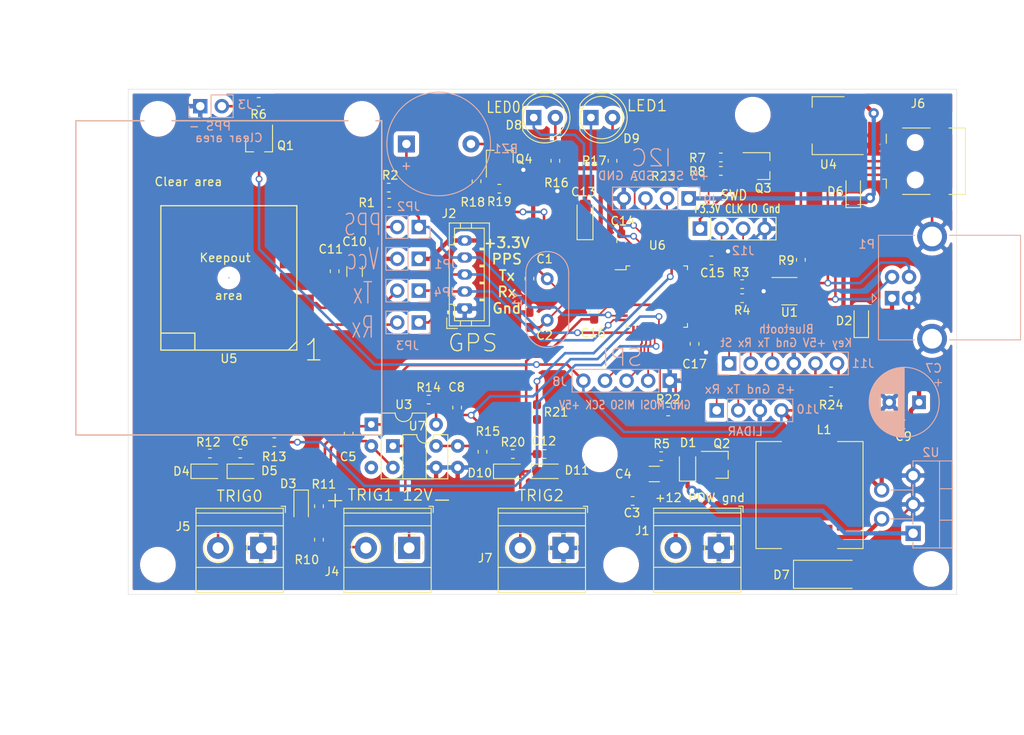
<source format=kicad_pcb>
(kicad_pcb (version 20240108) (generator "pcbnew") (generator_version "8.0")
  (layers (0 "F.Cu" signal) (31 "B.Cu" signal) (34 "B.Paste" user) (35 "F.Paste" user) (36 "B.SilkS" user "B.Silkscreen") (37 "F.SilkS" user "F.Silkscreen") (38 "B.Mask" user) (39 "F.Mask" user) (44 "Edge.Cuts" user))
  (net 0 "")
  (net 1 "GND")
  (net 2 "+3V3")
  (net 3 "+5V")
  (net 4 "/OSC_IN")
  (net 5 "/OSC_OUT")
  (net 6 "Net-(C3-Pad1)")
  (net 7 "Net-(D2-Pad2)")
  (net 8 "/LED0")
  (net 9 "/LED1")
  (net 10 "Net-(J1-Pad2)")
  (net 11 "/U2Tx")
  (net 12 "/U2Rx")
  (net 13 "/U1Tx")
  (net 14 "/U1Rx")
  (net 15 "/USB_PU")
  (net 16 "/USBDM")
  (net 17 "Net-(R3-Pad1)")
  (net 18 "Net-(R4-Pad1)")
  (net 19 "/USBDP")
  (net 20 "/TRIG0")
  (net 21 "/TRIG1")
  (net 22 "/PPS")
  (net 23 "/TRIG2")
  (net 24 "/U3Tx")
  (net 25 "/U3Rx")
  (net 26 "Net-(D1-Pad2)")
  (net 27 "/MOSI")
  (net 28 "/MISO")
  (net 29 "/SCK")
  (net 30 "/SCL")
  (net 31 "/SDA")
  (net 32 "Net-(BZ1-Pad2)")
  (net 33 "Net-(Q3-Pad1)")
  (net 34 "/buzzer")
  (net 35 "/SWCLK")
  (net 36 "/SWDIO")
  (net 37 "Net-(JP2-Pad2)")
  (net 38 "Net-(JP3-Pad2)")
  (net 39 "Net-(JP4-Pad2)")
  (net 40 "Net-(Q4-Pad1)")
  (net 41 "/DM")
  (net 42 "/DP")
  (net 43 "Net-(D9-Pad2)")
  (net 44 "Net-(C5-Pad1)")
  (net 45 "Net-(C5-Pad2)")
  (net 46 "Net-(C6-Pad1)")
  (net 47 "Net-(C12-Pad1)")
  (net 48 "Net-(D6-Pad2)")
  (net 49 "Net-(D7-Pad1)")
  (net 50 "Net-(D8-Pad2)")
  (net 51 "Net-(J3-Pad2)")
  (net 52 "Net-(J4-Pad2)")
  (net 53 "Net-(J11-Pad1)")
  (net 54 "Net-(J11-Pad6)")
  (net 55 "Net-(Q1-Pad1)")
  (net 56 "Net-(Q3-Pad3)")
  (net 57 "Net-(R14-Pad2)")
  (net 58 "Net-(R22-Pad1)")
  (net 59 "Net-(R23-Pad1)")
  (net 60 "Net-(C10-Pad2)")
  (footprint "Capacitor_SMD:C_0603_1608Metric_Pad1.05x0.95mm_HandSolder" (layer "F.Cu") (at 89.3585 122.4915 180)
    (property "Reference" "C3")
    (property "Value" "0.1")
  )
  (footprint "Capacitor_SMD:C_0603_1608Metric_Pad1.05x0.95mm_HandSolder" (layer "F.Cu") (at 68.707 111.492 90)
    (property "Reference" "C8")
    (property "Value" "0.1")
  )
  (footprint "TerminalBlock_Phoenix:TerminalBlock_Phoenix_MKDS-1,5-2-5.08_1x02_P5.08mm_Horizontal" (layer "F.Cu") (at 45.6565 128.016 180)
    (property "Reference" "J5")
    (property "Value" "Ext_trig0")
  )
  (footprint "Inductor_SMD:L_12x12mm_H4.5mm" (layer "F.Cu") (at 110.1725 121.796 -90)
    (property "Reference" "L1")
    (property "Value" "100u")
  )
  (footprint "Resistor_SMD:R_0603_1608Metric_Pad1.05x0.95mm_HandSolder" (layer "F.Cu") (at 102.249 96.9645 180)
    (property "Reference" "R3")
    (property "Value" "22")
  )
  (footprint "Resistor_SMD:R_0603_1608Metric_Pad1.05x0.95mm_HandSolder" (layer "F.Cu") (at 102.249 98.6155 180)
    (property "Reference" "R4")
    (property "Value" "22")
  )
  (footprint "Resistor_SMD:R_0603_1608Metric_Pad1.05x0.95mm_HandSolder" (layer "F.Cu") (at 45.353 75.5015 180)
    (property "Reference" "R6")
    (property "Value" "1k")
  )
  (footprint "Resistor_SMD:R_0603_1608Metric_Pad1.05x0.95mm_HandSolder" (layer "F.Cu") (at 99.7445 83.6295)
    (property "Reference" "R8")
    (property "Value" "10k")
  )
  (footprint "Resistor_SMD:R_0603_1608Metric_Pad1.05x0.95mm_HandSolder" (layer "F.Cu") (at 109.1565 94.093 -90)
    (property "Reference" "R9")
    (property "Value" "1k5")
  )
  (footprint "Resistor_SMD:R_0603_1608Metric_Pad1.05x0.95mm_HandSolder" (layer "F.Cu") (at 70.993 84.85 -90)
    (property "Reference" "R18")
    (property "Value" "510")
  )
  (footprint "Diode_SMD:D_0805_2012Metric_Pad1.15x1.40mm_HandSolder" (layer "F.Cu") (at 95.8215 118.2915 90)
    (property "Reference" "D1")
    (property "Value" "MM3Z7V5")
  )
  (footprint "Capacitor_SMD:C_0603_1608Metric_Pad1.05x0.95mm_HandSolder" (layer "F.Cu") (at 98.6295 94.1705 180)
    (property "Reference" "C15")
    (property "Value" "0.1")
  )
  (footprint "TO_SOT_Packages_SMD:SOT-223" (layer "F.Cu") (at 112.395 78.2955 180)
    (property "Reference" "U4")
    (property "Value" "LM1117-3.3")
  )
  (footprint "TerminalBlock_Phoenix:TerminalBlock_Phoenix_MKDS-1,5-2-5.08_1x02_P5.08mm_Horizontal" (layer "F.Cu") (at 99.508 128 180)
    (property "Reference" "J1")
    (property "Value" "Power 12V")
  )
  (footprint "Resistor_SMD:R_0603_1608Metric_Pad1.05x0.95mm_HandSolder" (layer "F.Cu") (at 92.724 117.221)
    (property "Reference" "R5")
    (property "Value" "10k")
  )
  (footprint "Resistor_SMD:R_0603_1608Metric_Pad1.05x0.95mm_HandSolder" (layer "F.Cu") (at 60.6565 85.598)
    (property "Reference" "R2")
    (property "Value" "2k2")
  )
  (footprint "Resistor_SMD:R_0603_1608Metric_Pad1.05x0.95mm_HandSolder" (layer "F.Cu") (at 78.105 112.028 90)
    (property "Reference" "R21")
    (property "Value" "100")
  )
  (footprint "Resistor_SMD:R_0603_1608Metric_Pad1.05x0.95mm_HandSolder" (layer "F.Cu") (at 47.1945 115.57)
    (property "Reference" "R13")
    (property "Value" "100")
  )
  (footprint "Resistor_SMD:R_0603_1608Metric_Pad1.05x0.95mm_HandSolder" (layer "F.Cu") (at 52.451 123.1125 -90)
    (property "Reference" "R11")
    (property "Value" "1k")
  )
  (footprint "Resistor_SMD:R_0603_1608Metric_Pad1.05x0.95mm_HandSolder" (layer "F.Cu") (at 65.3555 110.5535)
    (property "Reference" "R14")
    (property "Value" "47k")
  )
  (footprint "Resistor_SMD:R_0603_1608Metric_Pad1.05x0.95mm_HandSolder" (layer "F.Cu") (at 80.264 82.437 -90)
    (property "Reference" "R16")
    (property "Value" "220")
  )
  (footprint "Resistor_SMD:R_0603_1608Metric_Pad1.05x0.95mm_HandSolder" (layer "F.Cu") (at 75.2615 116.967 180)
    (property "Reference" "R20")
    (property "Value" "1k")
  )
  (footprint "Resistor_SMD:R_0603_1608Metric_Pad1.05x0.95mm_HandSolder" (layer "F.Cu") (at 93.5495 111.9505)
    (property "Reference" "R22")
    (property "Value" "100k")
  )
  (footprint "Capacitor_SMD:C_0603_1608Metric_Pad1.05x0.95mm_HandSolder" (layer "F.Cu") (at 96.647 103.999 90)
    (property "Reference" "C17")
    (property "Value" "0.1")
  )
  (footprint "TO_SOT_Packages_SMD:SOT-23-6_Handsoldering" (layer "F.Cu") (at 107.8065 97.79)
    (property "Reference" "U1")
    (property "Value" "USBLC6-2SC6")
  )
  (footprint "Capacitor_SMD:C_0603_1608Metric_Pad1.05x0.95mm_HandSolder" (layer "F.Cu") (at 77.216 96.3155 -90)
    (property "Reference" "C1")
    (property "Value" "12")
  )
  (footprint "Diode_SMD:D_SOD-323_HandSoldering" (layer "F.Cu") (at 74.8865 118.999)
    (property "Reference" "D10")
    (property "Value" "1N5819")
  )
  (footprint "Diode_SMD:D_SOD-323_HandSoldering" (layer "F.Cu") (at 79.355 118.999)
    (property "Reference" "D11")
    (property "Value" "1N5819")
  )
  (footprint "Resistor_SMD:R_0603_1608Metric_Pad1.05x0.95mm_HandSolder" (layer "F.Cu") (at 99.7445 82.042 180)
    (property "Reference" "R7")
    (property "Value" "510")
  )
  (footprint "Resistor_SMD:R_0603_1608Metric_Pad1.05x0.95mm_HandSolder" (layer "F.Cu") (at 89.7395 84.201 180)
    (property "Reference" "R23")
    (property "Value" "10k")
  )
  (footprint "Resistor_SMD:R_0603_1608Metric_Pad1.05x0.95mm_HandSolder" (layer "F.Cu") (at 112.7125 109.601)
    (property "Reference" "R24")
    (property "Value" "47k")
  )
  (footprint "Capacitor_SMD:C_0603_1608Metric_Pad1.05x0.95mm_HandSolder" (layer "F.Cu") (at 55.9435 114.568 90)
    (property "Reference" "C5")
    (property "Value" "0.1")
  )
  (footprint "Capacitor_SMD:C_0603_1608Metric_Pad1.05x0.95mm_HandSolder" (layer "F.Cu") (at 43.194 116.9035)
    (property "Reference" "C6")
    (property "Value" "0.1")
  )
  (footprint "Capacitor_SMD:C_0603_1608Metric_Pad1.05x0.95mm_HandSolder" (layer "F.Cu") (at 121.2355 113.4745 180)
    (property "Reference" "C9")
    (property "Value" "0.1")
  )
  (footprint "Diode_SMD:D_SOD-323_HandSoldering" (layer "F.Cu") (at 50.3555 123.1065 -90)
    (property "Reference" "D3")
    (property "Value" "1N5819")
  )
  (footprint "Diode_SMD:D_SOD-323_HandSoldering" (layer "F.Cu") (at 39.2865 118.999)
    (property "Reference" "D4")
    (property "Value" "1N5819")
  )
  (footprint "Diode_SMD:D_SOD-323_HandSoldering" (layer "F.Cu") (at 43.541 118.999)
    (property "Reference" "D5")
    (property "Value" "1N5819")
  )
  (footprint "Diode_SMD:D_SMA_Handsoldering" (layer "F.Cu") (at 112.689 131.1275)
    (property "Reference" "D7")
    (property "Value" "B340A")
  )
  (footprint "LED_THT:LED_D5.0mm" (layer "F.Cu") (at 84.455 77.343)
    (property "Reference" "D9")
    (property "Value" "LED1")
  )
  (footprint "Connector_JST:JST_PH_B5B-PH-K_1x05_P2.00mm_Vertical" (layer "F.Cu") (at 69.596 99.822 90)
    (property "Reference" "J2")
    (property "Value" "GPS_ext")
  )
  (footprint "TerminalBlock_Phoenix:TerminalBlock_Phoenix_MKDS-1,5-2-5.08_1x02_P5.08mm_Horizontal" (layer "F.Cu") (at 63.0555 128.016 180)
    (property "Reference" "J4")
    (property "Value" "Ext_trig1")
  )
  (footprint "Connector_USB:USB_Mini-B_Lumberg_2486_01_Horizontal" (layer "F.Cu") (at 122.6185 82.4865 90)
    (property "Reference" "J6")
    (property "Value" "USB_B_Mini")
  )
  (footprint "TerminalBlock_Phoenix:TerminalBlock_Phoenix_MKDS-1,5-2-5.08_1x02_P5.08mm_Horizontal" (layer "F.Cu") (at 81.2165 128.016 180)
    (property "Reference" "J7")
    (property "Value" "Ext_trig2")
  )
  (footprint "Connector_PinSocket_2.54mm:PinSocket_1x04_P2.54mm_Vertical" (layer "F.Cu") (at 97.282 90.424 90)
    (property "Reference" "J12")
    (property "Value" "SWD")
  )
  (footprint "Capacitor_SMD:C_0603_1608Metric_Pad1.05x0.95mm_HandSolder" (layer "F.Cu") (at 77.216 101.1695 90)
    (property "Reference" "C2")
    (property "Value" "12")
  )
  (footprint "Package_QFP:LQFP-48_7x7mm_P0.5mm" (layer "F.Cu") (at 92.202 98.425)
    (property "Reference" "U6")
    (property "Value" "STM32F103C6Tx")
  )
  (footprint "Capacitor_SMD:C_0603_1608Metric_Pad1.05x0.95mm_HandSolder" (layer "F.Cu") (at 84.836 100.217 -90)
    (property "Reference" "C16")
    (property "Value" "0.1")
  )
  (footprint "Capacitor_SMD:C_1206_3216Metric_Pad1.42x1.75mm_HandSolder" (layer "F.Cu") (at 56.642 95.4675 90)
    (property "Reference" "C10")
    (property "Value" "10u")
  )
  (footprint "Package_TO_SOT_SMD:SOT-23_Handsoldering" (layer "F.Cu") (at 99.846 118.237)
    (property "Reference" "Q2")
    (property "Value" "AO3407")
  )
  (footprint "Package_TO_SOT_SMD:SOT-23_Handsoldering" (layer "F.Cu") (at 104.751 83.0605)
    (property "Reference" "Q3")
    (property "Value" "SI2305")
  )
  (footprint "Package_TO_SOT_SMD:SOT-23_Handsoldering" (layer "F.Cu") (at 73.7235 81.9545 90)
    (property "Reference" "Q4")
    (property "Value" "IRML2502")
  )
  (footprint "Capacitor_SMD:C_0603_1608Metric_Pad1.05x0.95mm_HandSolder" (layer "F.Cu") (at 54.2925 95.4405 90)
    (property "Reference" "C11")
    (property "Value" "0.1")
  )
  (footprint "Resistor_SMD:R_0603_1608Metric_Pad1.05x0.95mm_HandSolder" (layer "F.Cu") (at 73.674 85.725)
    (property "Reference" "R19")
    (property "Value" "10k")
  )
  (footprint "Capacitor_SMD:C_0603_1608Metric_Pad1.05x0.95mm_HandSolder" (layer "F.Cu") (at 88.011 91.8985 -90)
    (property "Reference" "C14")
    (property "Value" "0.1")
  )
  (footprint "Package_TO_SOT_SMD:SOT-23_Handsoldering" (layer "F.Cu") (at 45.405 80.621 -90)
    (property "Reference" "Q1")
    (property "Value" "MMBTA42")
  )
  (footprint "LED_THT:LED_D5.0mm" (layer "F.Cu") (at 77.724 77.343)
    (property "Reference" "D8")
    (property "Value" "LED0")
  )
  (footprint "Resistor_SMD:R_0603_1608Metric_Pad1.05x0.95mm_HandSolder" (layer "F.Cu") (at 86.995 82.437 -90)
    (property "Reference" "R17")
    (property "Value" "220")
  )
  (footprint "Resistor_SMD:R_0603_1608Metric_Pad1.05x0.95mm_HandSolder" (layer "F.Cu") (at 60.72 87.376 180)
    (property "Reference" "R1")
    (property "Value" "10k")
  )
  (footprint "Capacitor_Tantalum_SMD:CP_EIA-3216-18_Kemet-A_Pad1.58x1.35mm_HandSolder" (layer "F.Cu") (at 83.7565 89.2405 90)
    (property "Reference" "C13")
    (property "Value" "47u")
  )
  (footprint "Resistor_SMD:R_0603_1608Metric_Pad1.05x0.95mm_HandSolder" (layer "F.Cu") (at 39.61 116.9035 180)
    (property "Reference" "R12")
    (property "Value" "1k")
  )
  (footprint "Resistor_SMD:R_0603_1608Metric_Pad1.05x0.95mm_HandSolder" (layer "F.Cu") (at 52.451 127.0495 90)
    (property "Reference" "R10")
    (property "Value" "1k")
  )
  (footprint "Capacitor_SMD:C_0603_1608Metric_Pad1.05x0.95mm_HandSolder" (layer "F.Cu") (at 78.994 116.967)
    (property "Reference" "C12")
    (property "Value" "0.1")
  )
  (footprint "Package_DIP:DIP-6_W7.62mm" (layer "F.Cu") (at 58.6105 113.4745)
    (property "Reference" "U3")
    (property "Value" "4N25")
  )
  (footprint "Resistor_SMD:R_0603_1608Metric_Pad1.05x0.95mm_HandSolder" (layer "F.Cu") (at 71.6915 116.699 90)
    (property "Reference" "R15")
    (property "Value" "220")
  )
  (footprint "Package_DIP:DIP-4_W7.62mm" (layer "F.Cu") (at 61.1505 116.0145)
    (property "Reference" "U7")
    (property "Value" "PC817")
  )
  (footprint "MountingHole:MountingHole_3.2mm_M3" (layer "F.Cu") (at 33.5 130)
    (property "Reference" "REF**" (hide yes))
    (property "Value" "MountingHole_3.2mm_M3" (hide yes))
  )
  (footprint "MountingHole:MountingHole_3.2mm_M3" (layer "F.Cu") (at 88 130)
    (property "Reference" "REF**" (hide yes))
    (property "Value" "MountingHole_3.2mm_M3" (hide yes))
  )
  (footprint "MountingHole:MountingHole_3.2mm_M3" (layer "F.Cu") (at 124.5 130.5)
    (property "Reference" "REF**" (hide yes))
    (property "Value" "MountingHole_3.2mm_M3" (hide yes))
  )
  (footprint "MountingHole:MountingHole_3.2mm_M3" (layer "F.Cu") (at 103.5 77)
    (property "Reference" "REF**" (hide yes))
    (property "Value" "MountingHole_3.2mm_M3" (hide yes))
  )
  (footprint "MountingHole:MountingHole_3.2mm_M3" (layer "F.Cu") (at 57.5 77.5)
    (property "Reference" "REF**" (hide yes))
    (property "Value" "MountingHole_3.2mm_M3" (hide yes))
  )
  (footprint "MountingHole:MountingHole_3.2mm_M3" (layer "F.Cu") (at 33.5 77.5)
    (property "Reference" "REF**" (hide yes))
    (property "Value" "MountingHole_3.2mm_M3" (hide yes))
  )
  (footprint "MountingHole:MountingHole_3.2mm_M3" (layer "F.Cu") (at 85.5 117)
    (property "Reference" "REF**" (hide yes))
    (property "Value" "MountingHole_3.2mm_M3" (hide yes))
  )
  (footprint "Diode_SMD:D_SOD-323_HandSoldering" (layer "F.Cu") (at 116.2685 101.346 90)
    (property "Reference" "D2")
    (property "Value" "1N5819")
  )
  (footprint "Diode_SMD:D_SOD-323_HandSoldering" (layer "F.Cu") (at 115.316 86.0425 90)
    (property "Reference" "D6")
    (property "Value" "1N5819")
  )
  (footprint "Capacitor_SMD:C_1206_3216Metric_Pad1.42x1.75mm_HandSolder" (layer "F.Cu") (at 91.9075 119.3165 180)
    (property "Reference" "C4")
    (property "Value" "10u")
  )
  (footprint "chrono:L80-R" (layer "F.Cu") (at 41.8465 101.727)
    (property "Reference" "U5")
    (property "Value" "L80-R")
  )
  (footprint "Connectors_USB:USB_B_OST_USB-B1HSxx_Horizontal" (layer "B.Cu") (at 119.888 98.6155)
    (property "Reference" "P1")
    (property "Value" "USB_B")
  )
  (footprint "Crystal:Crystal_HC49-U_Vertical" (layer "B.Cu") (at 79.3115 96.3295 -90)
    (property "Reference" "Y1")
    (property "Value" "8MHz")
  )
  (footprint "Connector_PinSocket_2.54mm:PinSocket_1x04_P2.54mm_Vertical" (layer "B.Cu") (at 95.9485 86.868 90)
    (property "Reference" "J9")
    (property "Value" "I2C1")
  )
  (footprint "Buzzer_Beeper:Buzzer_12x9.5RM7.6" (layer "B.Cu") (at 62.738 80.4545)
    (property "Reference" "BZ1")
    (property "Value" "Buzzer 3v3")
  )
  (footprint "Connector_PinHeader_2.54mm:PinHeader_1x02_P2.54mm_Vertical" (layer "B.Cu") (at 64.1985 97.7265 90)
    (property "Reference" "JP4")
    (property "Value" "Jumper")
  )
  (footprint "Connector_PinSocket_2.54mm:PinSocket_1x04_P2.54mm_Vertical" (layer "B.Cu") (at 99.2505 111.8235 -90)
    (property "Reference" "J10")
    (property "Value" "LIDAR")
  )
  (footprint "Capacitor_THT:CP_Radial_D8.0mm_P3.50mm" (layer "B.Cu") (at 123.063 110.871 180)
    (property "Reference" "C7")
    (property "Value" "100u")
  )
  (footprint "Connector_PinSocket_2.54mm:PinSocket_1x02_P2.54mm_Vertical" (layer "B.Cu") (at 38.481 76.0095 -90)
    (property "Reference" "J3")
    (property "Value" "PPS")
  )
  (footprint "Connector_PinHeader_2.54mm:PinHeader_1x02_P2.54mm_Vertical" (layer "B.Cu") (at 64.1985 101.473 90)
    (property "Reference" "JP3")
    (property "Value" "Jumper")
  )
  (footprint "Connector_PinHeader_2.54mm:PinHeader_1x02_P2.54mm_Vertical" (layer "B.Cu") (at 64.1985 90.2335 90)
    (property "Reference" "JP2")
    (property "Value" "Jumper")
  )
  (footprint "Connector_PinHeader_2.54mm:PinHeader_1x02_P2.54mm_Vertical" (layer "B.Cu") (at 64.1985 93.98 90)
    (property "Reference" "JP1")
    (property "Value" "Jumper")
  )
  (footprint "Connector_PinSocket_2.54mm:PinSocket_1x05_P2.54mm_Vertical" (layer "B.Cu") (at 93.726 108.331 90)
    (property "Reference" "J8")
    (property "Value" "SPI")
  )
  (footprint "Connector_PinSocket_2.54mm:PinSocket_1x06_P2.54mm_Vertical" (layer "B.Cu") (at 100.711 106.299 -90)
    (property "Reference" "J11")
    (property "Value" "Bluetooth")
  )
  (footprint "TO_SOT_Packages_THT:TO-220-5_P3.4x3.7mm_StaggerEven_Lead3.8mm_Vertical" (layer "B.Cu") (at 122.3645 126.3015 90)
    (property "Reference" "U2")
    (property "Value" "LM2576-5.0")
  )
  (gr_line (start 30 74) (end 30 133.5) (stroke (width 0.05)) (layer "Edge.Cuts"))
  (gr_line (start 127.5 133.5) (end 30 133.5) (stroke (width 0.05)) (layer "Edge.Cuts"))
  (gr_line (start 30 74) (end 127.5 74) (stroke (width 0.05)) (layer "Edge.Cuts"))
  (gr_line (start 127.5 74) (end 127.5 133.5) (stroke (width 0.05)) (layer "Edge.Cuts"))
  (gr_text "PPS -" (at 39.624 78.359 0) (layer "B.SilkS") (effects (font (size 1 1)) (justify mirror)))
  (gr_text "GND MOSI MISO SCK +5V" (at 88.4555 111.1885 0) (layer "B.SilkS") (effects (font (size 1 0.8)) (justify mirror)))
  (gr_text "I2C" (at 91.567 82.1055 0) (layer "B.SilkS") (effects (font (size 2 2)) (justify mirror)))
  (gr_text "LIDAR" (at 102.616 114.3 0) (layer "B.SilkS") (effects (font (size 1 1)) (justify mirror)))
  (gr_text "+5 Gnd Tx Rx" (at 103.1875 109.347 0) (layer "B.SilkS") (effects (font (size 1 1)) (justify mirror)))
  (gr_text "PPS\nVcc\nTx\nRx" (at 57.5945 96.012 0) (layer "B.SilkS") (effects (font (size 2.5 1.5)) (justify mirror)))
  (gr_text "Bluetooth\nKey +5V Gnd Tx Rx St" (at 107.442 103.0605 0) (layer "B.SilkS") (effects (font (size 1 0.9)) (justify mirror)))
  (gr_text "+5 SCL SDA GND" (at 91.821 84.201 0) (layer "B.SilkS") (effects (font (size 1 1)) (justify mirror)))
  (gr_text "SPI" (at 88.138 105.6005 0) (layer "B.SilkS") (effects (font (size 2 2)) (justify mirror)))
  (gr_text "TRIG2" (at 78.5495 121.8565 0) (layer "F.SilkS") (effects (font (size 1.3 1.3))))
  (gr_text "TRIG1 12V" (at 60.833 121.793 0) (layer "F.SilkS") (effects (font (size 1.3 1.3))))
  (gr_text "-" (at 66.929 122.2375 0) (layer "F.SilkS") (effects (font (size 2 2))))
  (gr_text "SWD" (at 101.2825 86.487 0) (layer "F.SilkS") (effects (font (size 1.2 1))))
  (gr_text "+" (at 54.356 122.301 0) (layer "F.SilkS") (effects (font (size 2 2))))
  (gr_text "LED0" (at 74.168 76.1365 0) (layer "F.SilkS") (effects (font (size 1.3 1.1))))
  (gr_text "+3.3V CLK IO Gnd" (at 101.5365 88.0745 0) (layer "F.SilkS") (effects (font (size 1 0.75))))
  (gr_text "LED1" (at 91.059 75.946 0) (layer "F.SilkS") (effects (font (size 1.3 1.3))))
  (gr_text "GPS" (at 70.5485 103.886 0) (layer "F.SilkS") (effects (font (size 2 2))))
  (gr_text "+3.3V\nPPS\nTx\nRx\nGnd" (at 74.549 95.9485 0) (layer "F.SilkS") (effects (font (size 1.2 1.2) (thickness 0.2))))
  (gr_text "+12 POW gnd" (at 97.282 122.1105 0) (layer "F.SilkS") (effects (font (size 1 1))))
  (gr_text "TRIG0" (at 43.1165 121.92 0) (layer "F.SilkS") (effects (font (size 1.3 1.3))))
  (segment (start 95.349 104.874) (end 94.452 103.977) (width 0.2) (layer "F.Cu") (net 1))
  (segment (start 80.605 117.703) (end 79.869 116.967) (width 0.3) (layer "F.Cu") (net 1))
  (segment (start 54.932 96.955) (end 54.2925 96.3155) (width 0.3) (layer "F.Cu") (net 1))
  (segment (start 74.719 83.5) (end 74.6735 83.4545) (width 0.3) (layer "F.Cu") (net 1))
  (segment (start 90.47 119.3165) (end 90.47 118.6) (width 0.5) (layer "F.Cu") (net 1))
  (segment (start 53.961 96.647) (end 54.2925 96.3155) (width 0.3) (layer "F.Cu") (net 1))
  (segment (start 96.647 104.874) (end 97.874 104.874) (width 0.3) (layer "F.Cu") (net 1))
  (segment (start 88.3285 84.737) (end 88.8645 84.201) (width 0.2) (layer "F.Cu") (net 1))
  (segment (start 90.47 118.6) (end 91.849 117.221) (width 0.5) (layer "F.Cu") (net 1))
  (segment (start 94.4245 109.0295) (end 93.726 108.331) (width 0.3) (layer "F.Cu") (net 1))
  (segment (start 49.8465 96.647) (end 53.961 96.647) (width 0.3) (layer "F.Cu") (net 1))
  (segment (start 88.0395 99.175) (end 85.003 99.175) (width 0.2) (layer "F.Cu") (net 1))
  (segment (start 108.0135 108.3945) (end 108.331 108.077) (width 0.3) (layer "F.Cu") (net 1))
  (segment (start 106.4565 97.79) (end 104.775 97.79) (width 0.3) (layer "F.Cu") (net 1))
  (segment (start 119.9185 80.8865) (end 115.836 80.8865) (width 0.2) (layer "F.Cu") (net 1))
  (segment (start 45.6565 119.0645) (end 45.591 118.999) (width 0.3) (layer "F.Cu") (net 1))
  (segment (start 124.598 91.3455) (end 124.598 87.807) (width 0.3) (layer "F.Cu") (net 1))
  (segment (start 104.3305 110.621419) (end 106.557419 108.3945) (width 0.3) (layer "F.Cu") (net 1))
  (segment (start 44.791 118.999) (end 44.791 117.6255) (width 0.3) (layer "F.Cu") (net 1))
  (segment (start 121.1685 78.0365) (end 125.4685 78.0365) (width 0.3) (layer "F.Cu") (net 1))
  (segment (start 106.557419 108.3945) (end 108.0135 108.3945) (width 0.3) (layer "F.Cu") (net 1))
  (segment (start 89.952 92.9645) (end 88.011 91.0235) (width 0.2) (layer "F.Cu") (net 1))
  (segment (start 97.874 104.874) (end 98 105) (width 0.3) (layer "F.Cu") (net 1))
  (segment (start 121.1685 86.9365) (end 125.4685 86.9365) (width 0.3) (layer "F.Cu") (net 1))
  (segment (start 124.598 87.807) (end 125.4685 86.9365) (width 0.3) (layer "F.Cu") (net 1))
  (segment (start 121.888 98.6155) (end 121.888 100.6755) (width 0.3) (layer "F.Cu") (net 1))
  (segment (start 45.6565 128.016) (end 45.6565 119.0645) (width 0.3) (layer "F.Cu") (net 1))
  (segment (start 46.9265 96.647) (end 49.8465 96.647) (width 0.3) (layer "F.Cu") (net 1))
  (segment (start 88.4835 122.4915) (end 88.4835 119.987) (width 0.5) (layer "F.Cu") (net 1))
  (segment (start 45.591 118.999) (end 44.791 118.999) (width 0.3) (layer "F.Cu") (net 1))
  (segment (start 33.8465 101.727) (end 41.8465 101.727) (width 0.3) (layer "F.Cu") (net 1))
  (segment (start 74.549 85.725) (end 74.549 83.579) (width 0.3) (layer "F.Cu") (net 1))
  (segment (start 119.9185 81.6865) (end 119.9185 80.8865) (width 0.3) (layer "F.Cu") (net 1))
  (segment (start 115.836 80.8865) (end 115.545 80.5955) (width 0.2) (layer "F.Cu") (net 1))
  (segment (start 76.5 83.5) (end 74.719 83.5) (width 0.3) (layer "F.Cu") (net 1))
  (segment (start 81.2165 128.016) (end 81.2165 119.6105) (width 0.3) (layer "F.Cu") (net 1))
  (segment (start 96.3645 96.175) (end 97.5 96.175) (width 0.2) (layer "F.Cu") (net 1))
  (segment (start 94.452 103.977) (end 94.452 102.5875) (width 0.2) (layer "F.Cu") (net 1))
  (segment (start 97.5 96.175) (end 99.5045 94.1705) (width 0.2) (layer "F.Cu") (net 1))
  (segment (start 104.3305 111.8235) (end 104.3305 110.621419) (width 0.3) (layer "F.Cu") (net 1))
  (segment (start 41.8465 101.727) (end 46.9265 96.647) (width 0.3) (layer "F.Cu") (net 1))
  (segment (start 120.5 126.6665) (end 120.5 124.766) (width 0.3) (layer "F.Cu") (net 1))
  (segment (start 124.598 103.3855) (end 126.347999 101.635501) (width 0.3) (layer "F.Cu") (net 1))
  (segment (start 83.7565 87.803) (end 82.303 87.803) (width 0.3) (layer "F.Cu") (net 1))
  (segment (start 122.3645 122.9015) (end 122.3645 119.5015) (width 0.5) (layer "F.Cu") (net 1))
  (segment (start 119.9185 78.1365) (end 120.0185 78.0365) (width 0.3) (layer "F.Cu") (net 1))
  (segment (start 116.039 131.1275) (end 120.5 126.6665) (width 0.3) (layer "F.Cu") (net 1))
  (segment (start 44.791 117.6255) (end 44.069 116.9035) (width 0.3) (layer "F.Cu") (net 1))
  (segment (start 89.154 119.3165) (end 90.47 119.3165) (width 0.5) (layer "F.Cu") (net 1))
  (segment (start 66.2305 118.5545) (end 68.7705 118.5545) (width 0.3) (layer "F.Cu") (net 1))
  (segment (start 115.189 131.1275) (end 116.039 131.1275) (width 0.3) (layer "F.Cu") (net 1))
  (segment (start 120.0185 86.9365) (end 121.1685 86.9365) (width 0.3) (layer "F.Cu") (net 1))
  (segment (start 88.011 87.1855) (end 88.3285 86.868) (width 0.2) (layer "F.Cu") (net 1))
  (segment (start 99.5045 94.1705) (end 100.584 93.091) (width 0.3) (layer "F.Cu") (net 1))
  (segment (start 119.9185 80.8865) (end 119.9185 78.1365) (width 0.3) (layer "F.Cu") (net 1))
  (segment (start 77.216 100.2945) (end 77.216 99.6695) (width 0.3) (layer "F.Cu") (net 1))
  (segment (start 126.347999 101.635501) (end 126.347999 93.095499) (width 0.3) (layer "F.Cu") (net 1))
  (segment (start 88.4835 119.987) (end 89.154 119.3165) (width 0.5) (layer "F.Cu") (net 1))
  (segment (start 88.011 91.0235) (end 88.011 87.1855) (width 0.2) (layer "F.Cu") (net 1))
  (segment (start 108.331 108.077) (end 108.331 106.299) (width 0.3) (layer "F.Cu") (net 1))
  (segment (start 56.642 96.955) (end 54.932 96.955) (width 0.3) (layer "F.Cu") (net 1))
  (segment (start 120.5 124.766) (end 122.3645 122.9015) (width 0.3) (layer "F.Cu") (net 1))
  (segment (start 125.4685 78.0365) (end 125.4685 86.9365) (width 0.3) (layer "F.Cu") (net 1))
  (segment (start 94.4245 111.9505) (end 94.4245 109.0295) (width 0.3) (layer "F.Cu") (net 1))
  (segment (start 126.347999 93.095499) (end 124.598 91.3455) (width 0.3) (layer "F.Cu") (net 1))
  (segment (start 120.3605 113.4745) (end 120.3605 111.6685) (width 0.5) (layer "F.Cu") (net 1))
  (segment (start 121.888 100.6755) (end 124.598 103.3855) (width 0.3) (layer "F.Cu") (net 1))
  (segment (start 120.3605 111.6685) (end 119.563 110.871) (width 0.5) (layer "F.Cu") (net 1))
  (segment (start 96.647 104.874) (end 95.349 104.874) (width 0.2) (layer "F.Cu") (net 1))
  (segment (start 74.549 83.579) (end 74.6735 83.4545) (width 0.3) (layer "F.Cu") (net 1))
  (segment (start 82.303 87.803) (end 80.5 86) (width 0.3) (layer "F.Cu") (net 1))
  (segment (start 80.605 118.999) (end 80.605 117.703) (width 0.3) (layer "F.Cu") (net 1))
  (segment (start 88.3285 86.868) (end 88.3285 84.737) (width 0.2) (layer "F.Cu") (net 1))
  (segment (start 77.216 99.6695) (end 77.216 97.1905) (width 0.3) (layer "F.Cu") (net 1))
  (segment (start 89.952 94.2625) (end 89.952 92.9645) (width 0.2) (layer "F.Cu") (net 1))
  (segment (start 120.0185 78.0365) (end 121.1685 78.0365) (width 0.3) (layer "F.Cu") (net 1))
  (segment (start 81.2165 119.6105) (end 80.605 118.999) (width 0.3) (layer "F.Cu") (net 1))
  (segment (start 85.003 99.175) (end 84.836 99.342) (width 0.2) (layer "F.Cu") (net 1))
  (via (at 98 105) (size 0.8) (drill 0.5) (layers "F.Cu" "B.Cu") (net 1))
  (via (at 100.584 93.091) (size 0.8) (drill 0.5) (layers "F.Cu" "B.Cu") (net 1))
  (via (at 104.775 97.79) (size 0.8) (drill 0.5) (layers "F.Cu" "B.Cu") (net 1))
  (via (at 80.5 86) (size 0.8) (drill 0.5) (layers "F.Cu" "B.Cu") (net 1))
  (via (at 76.5 83.5) (size 0.8) (drill 0.5) (layers "F.Cu" "B.Cu") (net 1))
  (segment (start 100 109) (end 104 109) (width 0.3) (layer "B.Cu") (net 1))
  (segment (start 100.983999 92.691001) (end 102.634999 92.691001) (width 0.3) (layer "B.Cu") (net 1))
  (segment (start 98 105) (end 98.5 105.5) (width 0.3) (layer "B.Cu") (net 1))
  (segment (start 78 83.5) (end 76.5 83.5) (width 0.3) (layer "B.Cu") (net 1))
  (segment (start 104.3305 109.3305) (end 104.3305 111.8235) (width 0.3) (layer "B.Cu") (net 1))
  (segment (start 80.5 86) (end 78 83.5) (width 0.3) (layer "B.Cu") (net 1))
  (segment (start 100.584 93.091) (end 100.983999 92.691001) (width 0.3) (layer "B.Cu") (net 1))
  (segment (start 98.5 107.5) (end 100 109) (width 0.3) (layer "B.Cu") (net 1))
  (segment (start 104.052001 91.273999) (end 104.902 90.424) (width 0.3) (layer "B.Cu") (net 1))
  (segment (start 98.5 105.5) (end 98.5 107.5) (width 0.3) (layer "B.Cu") (net 1))
  (segment (start 104 109) (end 104.3305 109.3305) (width 0.3) (layer "B.Cu") (net 1))
  (segment (start 102.634999 92.691001) (end 104.052001 91.273999) (width 0.3) (layer "B.Cu") (net 1))
  (segment (start 106.7435 78.2955) (end 109.245 78.2955) (width 0.5) (layer "F.Cu") (net 2))
  (segment (start 85.598 90.4875) (end 85.4075 90.678) (width 0.5) (layer "F.Cu") (net 2))
  (segment (start 94.952 96.319654) (end 94.952 99.4605) (width 0.2) (layer "F.Cu") (net 2))
  (segment (start 69.596 91.822) (end 67.7065 91.822) (width 0.5) (layer "F.Cu") (net 2))
  (segment (start 76.835 106.4895) (end 76.835 106.0345) (width 0.3) (layer "F.Cu") (net 2))
  (segment (start 89.452 94.2145) (end 89.452 94.2625) (width 0.2) (layer "F.Cu") (net 2))
  (segment (start 104.501 84.0105) (end 104.775 83.7365) (width 0.3) (layer "F.Cu") (net 2))
  (segment (start 77.6605 89.5985) (end 75.437 91.822) (width 0.5) (layer "F.Cu") (net 2))
  (segment (start 88.011 94.273) (end 89.452 95.714) (width 0.5) (layer "F.Cu") (net 2))
  (segment (start 60.3865 109.1135) (end 63 106.5) (width 0.3) (layer "F.Cu") (net 2))
  (segment (start 62.738 86.139) (end 62.738 81.7545) (width 0.3) (layer "F.Cu") (net 2))
  (segment (start 89.452 95.714) (end 89.413 95.675) (width 0.2) (layer "F.Cu") (net 2))
  (segment (start 68.421 91.822) (end 62.738 86.139) (width 0.3) (layer "F.Cu") (net 2))
  (segment (start 89.452 94.2625) (end 89.452 95.714) (width 0.2) (layer "F.Cu") (net 2))
  (segment (start 87.436 92.7735) (end 85.598 90.9355) (width 0.5) (layer "F.Cu") (net 2))
  (segment (start 88.011 92.7735) (end 87.436 92.7735) (width 0.5) (layer "F.Cu") (net 2))
  (segment (start 43.8865 109.1135) (end 60.3865 109.1135) (width 0.3) (layer "F.Cu") (net 2))
  (segment (start 89.452 95.841) (end 89.452 99.397) (width 0.3) (layer "F.Cu") (net 2))
  (segment (start 103.251 84.0105) (end 101.0005 84.0105) (width 0.3) (layer "F.Cu") (net 2))
  (segment (start 74.3865 116.967) (end 73.7615 116.967) (width 0.3) (layer "F.Cu") (net 2))
  (segment (start 76.8245 106.5) (end 76.835 106.4895) (width 0.3) (layer "F.Cu") (net 2))
  (segment (start 84.836 101.092) (end 85.335072 100.592928) (width 0.2) (layer "F.Cu") (net 2))
  (segment (start 76.835 106.0345) (end 77.3695 105.5) (width 0.3) (layer "F.Cu") (net 2))
  (segment (start 115.545 78.2955) (end 109.245 78.2955) (width 0.5) (layer "F.Cu") (net 2))
  (segment (start 94.952 99.397) (end 89.452 99.397) (width 0.3) (layer "F.Cu") (net 2))
  (segment (start 38.0365 117.602) (end 38.735 116.9035) (width 0.3) (layer "F.Cu") (net 2))
  (segment (start 74.9935 115.57) (end 76.2635 115.57) (width 0.3) (layer "F.Cu") (net 2))
  (segment (start 96.4565 82.6135) (end 88.3285 82.6135) (width 0.5) (layer "F.Cu") (net 2))
  (segment (start 96.1105 102.5875) (end 96.647 103.124) (width 0.2) (layer "F.Cu") (net 2))
  (segment (start 85.335072 100.592928) (end 85.398572 100.592928) (width 0.2) (layer "F.Cu") (net 2))
  (segment (start 89.413 95.675) (end 88.0395 95.675) (width 0.2) (layer "F.Cu") (net 2))
  (segment (start 104.775 80.518) (end 104.775 80.264) (width 0.3) (layer "F.Cu") (net 2))
  (segment (start 89.452 95.714) (end 89.452 95.841) (width 0.2) (layer "F.Cu") (net 2))
  (segment (start 89.452 99.397) (end 89.174 99.675) (width 0.2) (layer "F.Cu") (net 2))
  (segment (start 97.282 90.424) (end 97.282 89.274) (width 0.3) (layer "F.Cu") (net 2))
  (segment (start 94.952 100.9845) (end 94.952 101.75) (width 0.2) (layer "F.Cu") (net 2))
  (segment (start 94.952 102.5875) (end 96.1105 102.5875) (width 0.2) (layer "F.Cu") (net 2))
  (segment (start 71.6915 117.574) (end 73.0115 117.574) (width 0.3) (layer "F.Cu") (net 2))
  (segment (start 73.0115 117.574) (end 73.1665 117.729) (width 0.3) (layer "F.Cu") (net 2))
  (segment (start 86.995 83.312) (end 85.598 83.312) (width 0.5) (layer "F.Cu") (net 2))
  (segment (start 89.452 99.397) (end 94.8885 99.397) (width 0.2) (layer "F.Cu") (net 2))
  (segment (start 74.3865 116.177) (end 74.9935 115.57) (width 0.3) (layer "F.Cu") (net 2))
  (segment (start 83.344998 101.092) (end 84.836 101.092) (width 0.3) (layer "F.Cu") (net 2))
  (segment (start 104.775 83.7365) (end 104.775 80.518) (width 0.3) (layer "F.Cu") (net 2))
  (segment (start 62.738 81.7545) (end 62.738 80.4545) (width 0.3) (layer "F.Cu") (net 2))
  (segment (start 94.952 96.319654) (end 94.952 99.397) (width 0.3) (layer "F.Cu") (net 2))
  (segment (start 98.806 80.264) (end 96.4565 82.6135) (width 0.5) (layer "F.Cu") (net 2))
  (segment (start 77.6605 86.5405) (end 77.6605 89.5985) (width 0.5) (layer "F.Cu") (net 2))
  (segment (start 100.6195 84.2045) (end 100.6195 83.6295) (width 0.3) (layer "F.Cu") (net 2))
  (segment (start 85.598 83.312) (end 80.264 83.312) (width 0.5) (layer "F.Cu") (net 2))
  (segment (start 88.3285 82.6135) (end 87.63 83.312) (width 0.5) (layer "F.Cu") (net 2))
  (segment (start 103.251 84.0105) (end 104.501 84.0105) (width 0.3) (layer "F.Cu") (net 2))
  (segment (start 73.6365 118.199) (end 73.6365 118.999) (width 0.3) (layer "F.Cu") (net 2))
  (segment (start 88.011 92.7735) (end 88.011 94.273) (width 0.5) (layer "F.Cu") (net 2))
  (segment (start 87.63 83.312) (end 86.995 83.312) (width 0.5) (layer "F.Cu") (net 2))
  (segment (start 94.8885 99.397) (end 94.952 99.4605) (width 0.2) (layer "F.Cu") (net 2))
  (segment (start 77.3695 105.5) (end 78.936998 105.5) (width 0.3) (layer "F.Cu") (net 2))
  (segment (start 78.936998 105.5) (end 83.344998 101.092) (width 0.3) (layer "F.Cu") (net 2))
  (segment (start 73.1665 117.562) (end 73.1665 117.729) (width 0.3) (layer "F.Cu") (net 2))
  (segment (start 97.7545 94.285) (end 97.7545 94.1705) (width 0.2) (layer "F.Cu") (net 2))
  (segment (start 86.3165 99.675) (end 88.0395 99.675) (width 0.2) (layer "F.Cu") (net 2))
  (segment (start 94.952 101.75) (end 94.952 102.5875) (width 0.2) (layer "F.Cu") (net 2))
  (segment (start 96.3645 95.675) (end 97.7545 94.285) (width 0.2) (layer "F.Cu") (net 2))
  (segment (start 104.775 80.264) (end 106.7435 78.2955) (width 0.5) (layer "F.Cu") (net 2))
  (segment (start 76.835 114.9985) (end 76.835 106.4895) (width 0.3) (layer "F.Cu") (net 2))
  (segment (start 73.1665 117.729) (end 73.6365 118.199) (width 0.3) (layer "F.Cu") (net 2))
  (segment (start 38.735 116.9035) (end 38.735 114.265) (width 0.3) (layer "F.Cu") (net 2))
  (segment (start 73.7615 116.967) (end 73.1665 117.562) (width 0.3) (layer "F.Cu") (net 2))
  (segment (start 101.0005 84.0105) (end 100.6195 83.6295) (width 0.3) (layer "F.Cu") (net 2))
  (segment (start 94.952 99.4605) (end 94.952 100.9845) (width 0.2) (layer "F.Cu") (net 2))
  (segment (start 38.735 114.265) (end 43.8865 109.1135) (width 0.3) (layer "F.Cu") (net 2))
  (segment (start 85.4075 90.678) (end 83.7565 90.678) (width 0.5) (layer "F.Cu") (net 2))
  (segment (start 94.952 99.397) (end 94.952 100.9845) (width 0.3) (layer "F.Cu") (net 2))
  (segment (start 80.264 83.312) (end 80.264 83.937) (width 0.5) (layer "F.Cu") (net 2))
  (segment (start 67.7065 91.822) (end 65.739 93.7895) (width 0.5) (layer "F.Cu") (net 2))
  (segment (start 63 106.5) (end 75.6815 106.5) (width 0.3) (layer "F.Cu") (net 2))
  (segment (start 85.398572 100.592928) (end 86.3165 99.675) (width 0.2) (layer "F.Cu") (net 2))
  (segment (start 38.0365 118.999) (end 38.0365 117.602) (width 0.3) (layer "F.Cu") (net 2))
  (segment (start 85.598 90.4875) (end 85.598 83.312) (width 0.5) (layer "F.Cu") (net 2))
  (segment (start 100.6195 85.9365) (end 100.6195 84.2045) (width 0.3) (layer "F.Cu") (net 2))
  (segment (start 76.2635 115.57) (end 76.835 114.9985) (width 0.3) (layer "F.Cu") (net 2))
  (segment (start 65.5485 93.98) (end 65.739 93.7895) (width 0.5) (layer "F.Cu") (net 2))
  (segment (start 74.3865 116.967) (end 74.3865 116.177) (width 0.3) (layer "F.Cu") (net 2))
  (segment (start 97.282 89.274) (end 100.6195 85.9365) (width 0.3) (layer "F.Cu") (net 2))
  (segment (start 104.775 80.264) (end 98.806 80.264) (width 0.5) (layer "F.Cu") (net 2))
  (segment (start 96.3645 95.675) (end 95.596654 95.675) (width 0.2) (layer "F.Cu") (net 2))
  (segment (start 89.174 99.675) (end 88.0395 99.675) (width 0.2) (layer "F.Cu") (net 2))
  (segment (start 64.1985 93.98) (end 65.5485 93.98) (width 0.5) (layer "F.Cu") (net 2))
  (segment (start 95.596654 95.675) (end 94.952 96.319654) (width 0.2) (layer "F.Cu") (net 2))
  (segment (start 85.598 90.9355) (end 85.598 90.4875) (width 0.5) (layer "F.Cu") (net 2))
  (segment (start 75.437 91.822) (end 69.596 91.822) (width 0.5) (layer "F.Cu") (net 2))
  (segment (start 68.421 91.822) (end 69.596 91.822) (width 0.5) (layer "F.Cu") (net 2))
  (segment (start 75.6815 106.5) (end 76.8245 106.5) (width 0.3) (layer "F.Cu") (net 2))
  (segment (start 80.264 83.937) (end 77.6605 86.5405) (width 0.5) (layer "F.Cu") (net 2))
  (segment (start 116.8895 75.9955) (end 117.729 76.835) (width 0.5) (layer "F.Cu") (net 3))
  (segment (start 45.4025 84.582) (end 45.4025 82.1235) (width 0.3) (layer "F.Cu") (net 3))
  (segment (start 110.871 109.1595) (end 111.3125 109.601) (width 0.3) (layer "F.Cu") (net 3))
  (segment (start 81.661 106.426) (end 78.0415 106.426) (width 0.3) (layer "F.Cu") (net 3))
  (segment (start 82.716001 107.481001) (end 81.661 106.426) (width 0.3) (layer "F.Cu") (net 3))
  (segment (start 110.871 106.299) (end 110.871 109.1595) (width 0.3) (layer "F.Cu") (net 3))
  (segment (start 106.8705 111.8235) (end 110.09 111.8235) (width 0.3) (layer "F.Cu") (net 3))
  (segment (start 114.1685 98.6155) (end 114.1685 99.6995) (width 0.5) (layer "F.Cu") (net 3))
  (segment (start 114.1685 100.9605) (end 114.1685 102.802) (width 0.5) (layer "F.Cu") (net 3))
  (segment (start 106.8705 111.8235) (end 110.1725 115.1255) (width 0.5) (layer "F.Cu") (net 3))
  (segment (start 114.1685 102.802) (end 114.3745 102.596) (width 0.5) (layer "F.Cu") (net 3))
  (segment (start 114.173 98.611) (end 114.1685 98.6155) (width 0.5) (layer "F.Cu") (net 3))
  (segment (start 115.316 87.2925) (end 114.316 87.2925) (width 0.5) (layer "F.Cu") (net 3))
  (segment (start 111.3125 109.601) (end 111.8375 109.601) (width 0.3) (layer "F.Cu") (net 3))
  (segment (start 118.6645 121.2015) (end 118.6645 119.143) (width 0.5) (layer "F.Cu") (net 3))
  (segment (start 114.316 87.2925) (end 114.173 87.4355) (width 0.5) (layer "F.Cu") (net 3))
  (segment (start 108.0135 97.79) (end 107.823 97.9805) (width 0.2) (layer "F.Cu") (net 3))
  (segment (start 114.173 87.4355) (end 114.173 87.8205) (width 0.5) (layer "F.Cu") (net 3))
  (segment (start 123.063 109.571) (end 119.918 106.426) (width 0.5) (layer "F.Cu") (net 3))
  (segment (start 107.823 99.441) (end 108.0815 99.6995) (width 0.3) (layer "F.Cu") (net 3))
  (segment (start 111.8375 110.076) (end 111.8375 109.601) (width 0.3) (layer "F.Cu") (net 3))
  (segment (start 116.7965 87.2925) (end 117.2845 86.8045) (width 0.5) (layer "F.Cu") (net 3))
  (segment (start 108.0815 99.6995) (end 114.1685 99.6995) (width 0.3) (layer "F.Cu") (net 3))
  (segment (start 110.1725 116.846) (end 114.309 116.846) (width 0.5) (layer "F.Cu") (net 3))
  (segment (start 114.173 87.8205) (end 114.173 98.611) (width 0.5) (layer "F.Cu") (net 3))
  (segment (start 119.918 106.426) (end 117.7925 106.426) (width 0.5) (layer "F.Cu") (net 3))
  (segment (start 114.309 116.846) (end 118.6645 121.2015) (width 0.5) (layer "F.Cu") (net 3))
  (segment (start 110.1725 115.1255) (end 110.1725 116.846) (width 0.5) (layer "F.Cu") (net 3))
  (segment (start 83.566 108.331) (end 82.716001 107.481001) (width 0.3) (layer "F.Cu") (net 3))
  (segment (start 115.545 75.9955) (end 116.8895 75.9955) (width 0.5) (layer "F.Cu") (net 3))
  (segment (start 107.823 99.314) (end 107.823 99.441) (width 0.3) (layer "F.Cu") (net 3))
  (segment (start 114.1685 102.802) (end 117.7925 106.426) (width 0.5) (layer "F.Cu") (net 3))
  (segment (start 114.3745 102.596) (end 116.2685 102.596) (width 0.5) (layer "F.Cu") (net 3))
  (segment (start 122.1105 111.8235) (end 123.063 110.871) (width 0.5) (layer "F.Cu") (net 3))
  (segment (start 118.6645 119.143) (end 122.1105 115.697) (width 0.5) (layer "F.Cu") (net 3))
  (segment (start 45.4025 82.1235) (end 45.405 82.121) (width 0.3) (layer "F.Cu") (net 3))
  (segment (start 110.09 111.8235) (end 111.8375 110.076) (width 0.3) (layer "F.Cu") (net 3))
  (segment (start 109.1565 97.79) (end 108.0135 97.79) (width 0.2) (layer "F.Cu") (net 3))
  (segment (start 107.823 97.9805) (end 107.823 99.314) (width 0.2) (layer "F.Cu") (net 3))
  (segment (start 114.1685 100.9605) (end 114.1685 99.6995) (width 0.5) (layer "F.Cu") (net 3))
  (segment (start 123.063 110.871) (end 123.063 109.571) (width 0.5) (layer "F.Cu") (net 3))
  (segment (start 122.1105 113.4745) (end 122.1105 111.8235) (width 0.5) (layer "F.Cu") (net 3))
  (segment (start 122.1105 115.697) (end 122.1105 113.4745) (width 0.5) (layer "F.Cu") (net 3))
  (segment (start 115.316 87.2925) (end 116.7965 87.2925) (width 0.5) (layer "F.Cu") (net 3))
  (via (at 117.729 76.835) (size 1.2) (drill 0.6) (layers "F.Cu" "B.Cu") (net 3))
  (via (at 117.2845 86.8045) (size 1.2) (drill 0.6) (layers "F.Cu" "B.Cu") (net 3))
  (via (at 78.0415 106.426) (size 0.8) (drill 0.5) (layers "F.Cu" "B.Cu") (net 3))
  (via (at 45.4025 84.582) (size 0.8) (drill 0.5) (layers "F.Cu" "B.Cu") (net 3))
  (segment (start 88.3285 114.3635) (end 105.8545 114.3635) (width 0.3) (layer "B.Cu") (net 3))
  (segment (start 105.8545 114.3635) (end 106.8705 113.3475) (width 0.3) (layer "B.Cu") (net 3))
  (segment (start 78.0415 106.426) (end 58.9915 106.426) (width 0.3) (layer "B.Cu") (net 3))
  (segment (start 117.221 86.868) (end 117.2845 86.8045) (width 0.5) (layer "B.Cu") (net 3))
  (segment (start 95.9485 86.868) (end 117.221 86.868) (width 0.5) (layer "B.Cu") (net 3))
  (segment (start 58.9915 106.426) (end 45.4025 92.837) (width 0.3) (layer "B.Cu") (net 3))
  (segment (start 83.566 109.601) (end 88.3285 114.3635) (width 0.3) (layer "B.Cu") (net 3))
  (segment (start 45.4025 92.837) (end 45.4025 84.582) (width 0.3) (layer "B.Cu") (net 3))
  (segment (start 117.729 76.835) (end 117.729 86.36) (width 0.5) (layer "B.Cu") (net 3))
  (segment (start 83.566 108.331) (end 83.566 109.601) (width 0.3) (layer "B.Cu") (net 3))
  (segment (start 117.729 86.36) (end 117.2845 86.8045) (width 0.5) (layer "B.Cu") (net 3))
  (segment (start 106.8705 113.3475) (end 106.8705 111.8235) (width 0.3) (layer "B.Cu") (net 3))
  (segment (start 87.98951 97.72499) (end 80.70699 97.72499) (width 0.2) (layer "F.Cu") (net 4))
  (segment (start 78.4225 95.4405) (end 79.3115 96.3295) (width 0.3) (layer "F.Cu") (net 4))
  (segment (start 77.216 95.4405) (end 78.4225 95.4405) (width 0.3) (layer "F.Cu") (net 4))
  (segment (start 80.70699 97.72499) (end 79.3115 96.3295) (width 0.2) (layer "F.Cu") (net 4))
  (segment (start 88.0395 97.675) (end 87.98951 97.72499) (width 0.2) (layer "F.Cu") (net 4))
  (segment (start 82.346 98.175) (end 79.3115 101.2095) (width 0.2) (layer "F.Cu") (net 5))
  (segment (start 77.216 102.0445) (end 78.4765 102.0445) (width 0.3) (layer "F.Cu") (net 5))
  (segment (start 88.0395 98.175) (end 82.346 98.175) (width 0.2) (layer "F.Cu") (net 5))
  (segment (start 78.4765 102.0445) (end 79.3115 101.2095) (width 0.3) (layer "F.Cu") (net 5))
  (segment (start 98.346 119.187) (end 95.951 119.187) (width 0.5) (layer "F.Cu") (net 6))
  (segment (start 95.8215 119.3165) (end 95.8215 120.777) (width 0.5) (layer "F.Cu") (net 6))
  (segment (start 91.948 122.4915) (end 93.345 121.0945) (width 0.5) (layer "F.Cu") (net 6))
  (segment (start 95.951 119.187) (end 95.8215 119.3165) (width 0.5) (layer "F.Cu") (net 6))
  (segment (start 95.8215 120.777) (end 96.3295 121.285) (width 0.5) (layer "F.Cu") (net 6))
  (segment (start 93.345 119.3165) (end 95.8215 119.3165) (width 0.5) (layer "F.Cu") (net 6))
  (segment (start 90.2335 122.4915) (end 91.948 122.4915) (width 0.5) (layer "F.Cu") (net 6))
  (segment (start 93.345 121.0945) (end 93.345 119.3165) (width 0.5) (layer "F.Cu") (net 6))
  (via (at 96.3295 121.285) (size 1.2) (drill 0.6) (layers "F.Cu" "B.Cu") (net 6))
  (segment (start 96.3295 121.285) (end 97.178028 121.285) (width 0.5) (layer "B.Cu") (net 6))
  (segment (start 114.3635 126.3015) (end 122.3645 126.3015) (width 0.5) (layer "B.Cu") (net 6))
  (segment (start 99.527528 123.6345) (end 111.6965 123.6345) (width 0.5) (layer "B.Cu") (net 6))
  (segment (start 111.6965 123.6345) (end 114.3635 126.3015) (width 0.5) (layer "B.Cu") (net 6))
  (segment (start 97.178028 121.285) (end 99.527528 123.6345) (width 0.5) (layer "B.Cu") (net 6))
  (segment (start 116.2685 100.096) (end 119.7575 100.096) (width 0.5) (layer "F.Cu") (net 7))
  (segment (start 119.888 99.9655) (end 119.888 98.6155) (width 0.5) (layer "F.Cu") (net 7))
  (segment (start 119.7575 100.096) (end 119.888 99.9655) (width 0.5) (layer "F.Cu") (net 7))
  (segment (start 90.452 92.2935) (end 89.4715 91.313) (width 0.2) (layer "F.Cu") (net 8))
  (segment (start 90.452 94.2625) (end 90.452 92.2935) (width 0.2) (layer "F.Cu") (net 8))
  (via (at 89.4715 91.313) (size 0.8) (drill 0.5) (layers "F.Cu" "B.Cu") (net 8))
  (segment (start 82.55 79.375) (end 78.5495 79.375) (width 0.3) (layer "B.Cu") (net 8))
  (segment (start 83.6295 80.4545) (end 82.55 79.375) (width 0.3) (layer "B.Cu") (net 8))
  (segment (start 88.0745 91.313) (end 83.6295 86.868) (width 0.3) (layer "B.Cu") (net 8))
  (segment (start 78.5495 79.375) (end 77.724 78.5495) (width 0.3) (layer "B.Cu") (net 8))
  (segment (start 77.724 78.5495) (end 77.724 77.343) (width 0.3) (layer "B.Cu") (net 8))
  (segment (start 83.6295 86.868) (end 83.6295 80.4545) (width 0.3) (layer "B.Cu") (net 8))
  (segment (start 89.4715 91.313) (end 88.0745 91.313) (width 0.3) (layer "B.Cu") (net 8))
  (segment (start 90.952 94.2625) (end 90.952 91.5235) (width 0.2) (layer "F.Cu") (net 9))
  (segment (start 90.952 91.5235) (end 89.4715 90.043) (width 0.2) (layer "F.Cu") (net 9))
  (via (at 89.4715 90.043) (size 0.8) (drill 0.5) (layers "F.Cu" "B.Cu") (net 9))
  (segment (start 88.0745 90.043) (end 84.455 86.4235) (width 0.3) (layer "B.Cu") (net 9))
  (segment (start 84.455 86.4235) (end 84.455 77.343) (width 0.3) (layer "B.Cu") (net 9))
  (segment (start 89.4715 90.043) (end 88.0745 90.043) (width 0.3) (layer "B.Cu") (net 9))
  (segment (start 101.346 120.142) (end 101.346 118.237) (width 0.5) (layer "F.Cu") (net 10))
  (segment (start 99.7585 121.7295) (end 101.346 120.142) (width 0.5) (layer "F.Cu") (net 10))
  (segment (start 98.860023 121.7295) (end 99.7585 121.7295) (width 0.5) (layer "F.Cu") (net 10))
  (segment (start 94.428 126.161523) (end 98.860023 121.7295) (width 0.5) (layer "F.Cu") (net 10))
  (segment (start 94.428 128) (end 94.428 126.161523) (width 0.5) (layer "F.Cu") (net 10))
  (segment (start 95.8215 106.8705) (end 97.2185 106.8705) (width 0.2) (layer "F.Cu") (net 11))
  (segment (start 97.2185 106.8705) (end 99.2505 108.9025) (width 0.2) (layer "F.Cu") (net 11))
  (segment (start 93.452 102.5875) (end 93.452 104.501) (width 0.2) (layer "F.Cu") (net 11))
  (segment (start 93.452 104.501) (end 95.8215 106.8705) (width 0.2) (layer "F.Cu") (net 11))
  (segment (start 99.2505 108.9025) (end 99.2505 111.8235) (width 0.2) (layer "F.Cu") (net 11))
  (segment (start 101.7905 110.49) (end 101.7905 111.8235) (width 0.2) (layer "F.Cu") (net 12))
  (segment (start 97.536 106.2355) (end 101.7905 110.49) (width 0.2) (layer "F.Cu") (net 12))
  (segment (start 93.952 104.3025) (end 95.885 106.2355) (width 0.2) (layer "F.Cu") (net 12))
  (segment (start 95.885 106.2355) (end 97.536 106.2355) (width 0.2) (layer "F.Cu") (net 12))
  (segment (start 93.952 102.5875) (end 93.952 104.3025) (width 0.2) (layer "F.Cu") (net 12))
  (segment (start 100.3935 100.711) (end 101.1555 100.711) (width 0.2) (layer "F.Cu") (net 13))
  (segment (start 96.3645 98.675) (end 96.8335 98.675) (width 0.2) (layer "F.Cu") (net 13))
  (segment (start 96.88349 98.72499) (end 98.40749 98.72499) (width 0.2) (layer "F.Cu") (net 13))
  (segment (start 103.251 102.8065) (end 103.251 106.299) (width 0.2) (layer "F.Cu") (net 13))
  (segment (start 101.1555 100.711) (end 103.251 102.8065) (width 0.2) (layer "F.Cu") (net 13))
  (segment (start 96.8335 98.675) (end 96.88349 98.72499) (width 0.2) (layer "F.Cu") (net 13))
  (segment (start 98.40749 98.72499) (end 100.3935 100.711) (width 0.2) (layer "F.Cu") (net 13))
  (segment (start 100.584 100.0125) (end 102.1715 100.0125) (width 0.2) (layer "F.Cu") (net 14))
  (segment (start 96.3645 98.175) (end 98.7465 98.175) (width 0.2) (layer "F.Cu") (net 14))
  (segment (start 102.1715 100.0125) (end 105.791 103.632) (width 0.2) (layer "F.Cu") (net 14))
  (segment (start 98.7465 98.175) (end 100.584 100.0125) (width 0.2) (layer "F.Cu") (net 14))
  (segment (start 105.791 103.632) (end 105.791 106.299) (width 0.2) (layer "F.Cu") (net 14))
  (segment (start 94.452 93.425) (end 94.488 93.389) (width 0.2) (layer "F.Cu") (net 15))
  (segment (start 94.452 94.2625) (end 94.452 93.425) (width 0.2) (layer "F.Cu") (net 15))
  (segment (start 94.488 93.389) (end 94.488 89.4715) (width 0.2) (layer "F.Cu") (net 15))
  (segment (start 94.488 89.4715) (end 95.3135 88.646) (width 0.2) (layer "F.Cu") (net 15))
  (segment (start 97.0915 88.646) (end 98.298 87.4395) (width 0.2) (layer "F.Cu") (net 15))
  (segment (start 98.8695 82.042) (end 98.8695 83.6295) (width 0.3) (layer "F.Cu") (net 15))
  (segment (start 95.3135 88.646) (end 97.0915 88.646) (width 0.2) (layer "F.Cu") (net 15))
  (segment (start 98.298 87.4395) (end 98.298 84.201) (width 0.2) (layer "F.Cu") (net 15))
  (segment (start 98.298 84.201) (end 98.8695 83.6295) (width 0.2) (layer "F.Cu") (net 15))
  (segment (start 100.33 98.6155) (end 101.374 98.6155) (width 0.2) (layer "F.Cu") (net 16))
  (segment (start 97.202 97.675) (end 97.214 97.663) (width 0.2) (layer "F.Cu") (net 16))
  (segment (start 96.3645 97.675) (end 97.202 97.675) (width 0.2) (layer "F.Cu") (net 16))
  (segment (start 99.3775 97.663) (end 100.33 98.6155) (width 0.2) (layer "F.Cu") (net 16))
  (segment (start 97.214 97.663) (end 99.3775 97.663) (width 0.2) (layer "F.Cu") (net 16))
  (segment (start 103.2485 96.84) (end 103.124 96.9645) (width 0.3) (layer "F.Cu") (net 17))
  (segment (start 106.4565 96.84) (end 103.2485 96.84) (width 0.3) (layer "F.Cu") (net 17))
  (segment (start 106.4565 98.74) (end 103.2485 98.74) (width 0.3) (layer "F.Cu") (net 18))
  (segment (start 103.2485 98.74) (end 103.124 98.6155) (width 0.3) (layer "F.Cu") (net 18))
  (segment (start 96.3645 97.175) (end 101.1635 97.175) (width 0.2) (layer "F.Cu") (net 19))
  (segment (start 101.1635 97.175) (end 101.374 96.9645) (width 0.2) (layer "F.Cu") (net 19))
  (segment (start 91.952 104.115167) (end 92.117717 104.280884) (width 0.2) (layer "F.Cu") (net 20))
  (segment (start 91.952 102.5875) (end 91.952 104.115167) (width 0.2) (layer "F.Cu") (net 20))
  (segment (start 48.0695 115.57) (end 49.911 115.57) (width 0.3) (layer "F.Cu") (net 20))
  (via (at 92.117717 104.280884) (size 0.8) (drill 0.5) (layers "F.Cu" "B.Cu") (net 20))
  (via (at 49.911 115.57) (size 0.8) (drill 0.5) (layers "F.Cu" "B.Cu") (net 20))
  (segment (start 87.870116 104.280884) (end 92.117717 104.280884) (width 0.3) (layer "B.Cu") (net 20))
  (segment (start 82.6135 106.4895) (end 85.6615 106.4895) (width 0.3) (layer "B.Cu") (net 20))
  (segment (start 78.105 118.1735) (end 78.105 110.998) (width 0.3) (layer "B.Cu") (net 20))
  (segment (start 52.6415 115.57) (end 57.785 120.7135) (width 0.3) (layer "B.Cu") (net 20))
  (segment (start 85.6615 106.4895) (end 87.870116 104.280884) (width 0.3) (layer "B.Cu") (net 20))
  (segment (start 78.105 110.998) (end 82.6135 106.4895) (width 0.3) (layer "B.Cu") (net 20))
  (segment (start 57.785 120.7135) (end 75.565 120.7135) (width 0.3) (layer "B.Cu") (net 20))
  (segment (start 75.565 120.7135) (end 78.105 118.1735) (width 0.3) (layer "B.Cu") (net 20))
  (segment (start 49.911 115.57) (end 52.6415 115.57) (width 0.3) (layer "B.Cu") (net 20))
  (segment (start 68.7705 116.0145) (end 71.501 116.0145) (width 0.3) (layer "F.Cu") (net 21))
  (segment (start 71.501 116.0145) (end 71.6915 115.824) (width 0.3) (layer "F.Cu") (net 21))
  (segment (start 68.7705 116.0145) (end 66.2305 116.0145) (width 0.3) (layer "F.Cu") (net 21))
  (segment (start 71.6915 113.7285) (end 70.358 112.395) (width 0.3) (layer "F.Cu") (net 21))
  (segment (start 70.33 112.367) (end 70.358 112.395) (width 0.3) (layer "F.Cu") (net 21))
  (segment (start 92.456 100.7745) (end 92.456 102.5835) (width 0.2) (layer "F.Cu") (net 21))
  (segment (start 68.707 112.367) (end 70.33 112.367) (width 0.3) (layer "F.Cu") (net 21))
  (segment (start 71.6915 115.824) (end 71.6915 113.7285) (width 0.3) (layer "F.Cu") (net 21))
  (segment (start 92.456 102.5835) (end 92.452 102.5875) (width 0.2) (layer "F.Cu") (net 21))
  (via (at 92.456 100.7745) (size 0.8) (drill 0.5) (layers "F.Cu" "B.Cu") (net 21))
  (via (at 70.358 112.395) (size 0.8) (drill 0.5) (layers "F.Cu" "B.Cu") (net 21))
  (segment (start 77.6605 110.1725) (end 72.5805 110.1725) (width 0.3) (layer "B.Cu") (net 21))
  (segment (start 82.042 105.791) (end 77.6605 110.1725) (width 0.3) (layer "B.Cu") (net 21))
  (segment (start 92.456 100.7745) (end 90.2335 100.7745) (width 0.3) (layer "B.Cu") (net 21))
  (segment (start 90.2335 100.7745) (end 85.217 105.791) (width 0.3) (layer "B.Cu") (net 21))
  (segment (start 85.217 105.791) (end 82.042 105.791) (width 0.3) (layer "B.Cu") (net 21))
  (segment (start 72.5805 110.1725) (end 70.358 112.395) (width 0.3) (layer "B.Cu") (net 21))
  (segment (start 61.595 87.376) (end 61.595 85.6615) (width 0.3) (layer "F.Cu") (net 22))
  (segment (start 86.578 100.675) (end 86.487 100.584) (width 0.2) (layer "F.Cu") (net 22))
  (segment (start 62.491 87.376) (end 61.595 87.376) (width 0.3) (layer "F.Cu") (net 22))
  (segment (start 64.1985 89.0835) (end 62.491 87.376) (width 0.3) (layer "F.Cu") (net 22))
  (segment (start 61.595 85.6615) (end 61.5315 85.598) (width 0.3) (layer "F.Cu") (net 22))
  (segment (start 64.1985 90.2335) (end 64.1985 89.0835) (width 0.3) (layer "F.Cu") (net 22))
  (segment (start 88.0395 100.675) (end 86.578 100.675) (width 0.2) (layer "F.Cu") (net 22))
  (via (at 86.487 100.584) (size 0.8) (drill 0.5) (layers "F.Cu" "B.Cu") (net 22))
  (segment (start 81.153 100.584) (end 80.264 99.695) (width 0.3) (layer "B.Cu") (net 22))
  (segment (start 71.4065 93.822) (end 69.596 93.822) (width 0.3) (layer "B.Cu") (net 22))
  (segment (start 77.2795 99.695) (end 71.4065 93.822) (width 0.3) (layer "B.Cu") (net 22))
  (segment (start 86.487 100.584) (end 81.153 100.584) (width 0.3) (layer "B.Cu") (net 22))
  (segment (start 66.8655 91.7505) (end 66.8655 92.6465) (width 0.3) (layer "B.Cu") (net 22))
  (segment (start 64.1985 90.2335) (end 65.3485 90.2335) (width 0.3) (layer "B.Cu") (net 22))
  (segment (start 80.264 99.695) (end 77.2795 99.695) (width 0.3) (layer "B.Cu") (net 22))
  (segment (start 66.8655 92.6465) (end 68.041 93.822) (width 0.3) (layer "B.Cu") (net 22))
  (segment (start 65.3485 90.2335) (end 66.8655 91.7505) (width 0.3) (layer "B.Cu") (net 22))
  (segment (start 68.041 93.822) (end 69.596 93.822) (width 0.3) (layer "B.Cu") (net 22))
  (segment (start 93.952 95.913) (end 93.7895 96.0755) (width 0.3) (layer "F.Cu") (net 23))
  (segment (start 93.952 94.2625) (end 93.952 95.913) (width 0.3) (layer "F.Cu") (net 23))
  (segment (start 78.105 108.3945) (end 78.105 111.153) (width 0.3) (layer "F.Cu") (net 23))
  (via (at 78.105 108.3945) (size 0.8) (drill 0.5) (layers "F.Cu" "B.Cu") (net 23))
  (via (at 93.7895 96.0755) (size 0.8) (drill 0.5) (layers "F.Cu" "B.Cu") (net 23))
  (segment (start 81.407 105.0925) (end 78.105 108.3945) (width 0.3) (layer "B.Cu") (net 23))
  (segment (start 83.6295 105.0925) (end 81.407 105.0925) (width 0.3) (layer "B.Cu") (net 23))
  (segment (start 84.7725 105.0925) (end 83.6295 105.0925) (width 0.3) (layer "B.Cu") (net 23))
  (segment (start 93.7895 96.0755) (end 84.7725 105.0925) (width 0.3) (layer "B.Cu") (net 23))
  (segment (start 67.532 97.822) (end 65.7225 99.6315) (width 0.3) (layer "F.Cu") (net 24))
  (segment (start 65.7225 101.099) (end 65.3485 101.473) (width 0.3) (layer "F.Cu") (net 24))
  (segment (start 87.1025 101.175) (end 86.487 101.7905) (width 0.2) (layer "F.Cu") (net 24))
  (segment (start 69.596 97.822) (end 67.532 97.822) (width 0.3) (layer "F.Cu") (net 24))
  (segment (start 88.0395 101.175) (end 87.1025 101.175) (width 0.2) (layer "F.Cu") (net 24))
  (segment (start 65.7225 99.6315) (end 65.7225 101.099) (width 0.3) (layer "F.Cu") (net 24))
  (segment (start 65.3485 101.473) (end 64.1985 101.473) (width 0.3) (layer "F.Cu") (net 24))
  (via (at 86.487 101.7905) (size 0.8) (drill 0.5) (layers "F.Cu" "B.Cu") (net 24))
  (segment (start 84.709 103.5685) (end 86.487 101.7905) (width 0.3) (layer "B.Cu") (net 24))
  (segment (start 69.596 97.822) (end 72.803 97.822) (width 0.3) (layer "B.Cu") (net 24))
  (segment (start 72.803 97.822) (end 78.5495 103.5685) (width 0.3) (layer "B.Cu") (net 24))
  (segment (start 78.5495 103.5685) (end 84.709 103.5685) (width 0.3) (layer "B.Cu") (net 24))
  (segment (start 65.659 97.7265) (end 67.5635 95.822) (width 0.3) (layer "F.Cu") (net 25))
  (segment (start 89.36 102.6795) (end 89.452 102.5875) (width 0.3) (layer "F.Cu") (net 25))
  (segment (start 67.5635 95.822) (end 69.596 95.822) (width 0.3) (layer "F.Cu") (net 25))
  (segment (start 82.8675 102.6795) (end 89.36 102.6795) (width 0.3) (layer "F.Cu") (net 25))
  (segment (start 64.1985 97.7265) (end 65.659 97.7265) (width 0.3) (layer "F.Cu") (net 25))
  (via (at 82.8675 102.6795) (size 0.8) (drill 0.5) (layers "F.Cu" "B.Cu") (net 25))
  (segment (start 69.596 95.822) (end 71.819 95.822) (width 0.3) (layer "B.Cu") (net 25))
  (segment (start 78.6765 102.6795) (end 82.8675 102.6795) (width 0.3) (layer "B.Cu") (net 25))
  (segment (start 71.819 95.822) (end 78.6765 102.6795) (width 0.3) (layer "B.Cu") (net 25))
  (segment (start 95.776 117.221) (end 95.8215 117.2665) (width 0.5) (layer "F.Cu") (net 26))
  (segment (start 93.599 117.221) (end 95.776 117.221) (width 0.5) (layer "F.Cu") (net 26))
  (segment (start 98.3255 117.2665) (end 98.346 117.287) (width 0.5) (layer "F.Cu") (net 26))
  (segment (start 95.8215 117.2665) (end 98.3255 117.2665) (width 0.5) (layer "F.Cu") (net 26))
  (segment (start 91.452 104.0645) (end 91.186 104.3305) (width 0.2) (layer "F.Cu") (net 27))
  (segment (start 91.452 102.5875) (end 91.452 104.0645) (width 0.2) (layer "F.Cu") (net 27))
  (segment (start 91.186 104.3305) (end 91.186 108.331) (width 0.2) (layer "F.Cu") (net 27))
  (segment (start 90.952 103.8025) (end 90.932 103.8225) (width 0.2) (layer "F.Cu") (net 28))
  (segment (start 90.7415 106.2355) (end 88.646 108.331) (width 0.2) (layer "F.Cu") (net 28))
  (segment (start 90.952 102.5875) (end 90.952 103.8025) (width 0.2) (layer "F.Cu") (net 28))
  (segment (start 90.932 104.018801) (end 90.7415 104.209301) (width 0.2) (layer "F.Cu") (net 28))
  (segment (start 90.7415 104.209301) (end 90.7415 106.2355) (width 0.2) (layer "F.Cu") (net 28))
  (segment (start 90.932 103.8225) (end 90.932 104.018801) (width 0.2) (layer "F.Cu") (net 28))
  (segment (start 88.265 106.934) (end 87.503 106.934) (width 0.2) (layer "F.Cu") (net 29))
  (segment (start 90.452 103.933102) (end 90.34149 104.043612) (width 0.2) (layer "F.Cu") (net 29))
  (segment (start 90.34149 104.85751) (end 88.265 106.934) (width 0.2) (layer "F.Cu") (net 29))
  (segment (start 90.34149 104.043612) (end 90.34149 104.85751) (width 0.2) (layer "F.Cu") (net 29))
  (segment (start 90.452 102.5875) (end 90.452 103.933102) (width 0.2) (layer "F.Cu") (net 29))
  (segment (start 87.503 106.934) (end 86.106 108.331) (width 0.2) (layer "F.Cu") (net 29))
  (segment (start 93.4085 88.8365) (end 93.4085 86.868) (width 0.2) (layer "F.Cu") (net 30))
  (segment (start 92.452 94.2625) (end 92.452 89.793) (width 0.2) (layer "F.Cu") (net 30))
  (segment (start 92.452 89.793) (end 93.4085 88.8365) (width 0.2) (layer "F.Cu") (net 30))
  (segment (start 91.952 89.793) (end 90.8685 88.7095) (width 0.2) (layer "F.Cu") (net 31))
  (segment (start 91.952 94.2625) (end 91.952 89.793) (width 0.2) (layer "F.Cu") (net 31))
  (segment (start 90.8685 88.7095) (end 90.8685 86.868) (width 0.2) (layer "F.Cu") (net 31))
  (segment (start 70.338 80.4545) (end 73.7235 80.4545) (width 0.3) (layer "F.Cu") (net 32))
  (segment (start 103.251 82.1105) (end 100.462 82.1105) (width 0.3) (layer "F.Cu") (net 33))
  (segment (start 88.0395 96.175) (end 86.705 96.175) (width 0.2) (layer "F.Cu") (net 34))
  (segment (start 84.675 96.175) (end 86.705 96.175) (width 0.3) (layer "F.Cu") (net 34))
  (segment (start 72.799 85.725) (end 75.5295 88.4555) (width 0.3) (layer "F.Cu") (net 34))
  (segment (start 78.9305 90.4305) (end 84.675 96.175) (width 0.3) (layer "F.Cu") (net 34))
  (segment (start 75.5295 88.4555) (end 76.454 88.4555) (width 0.3) (layer "F.Cu") (net 34))
  (segment (start 78.9305 88.4555) (end 78.9305 90.4305) (width 0.3) (layer "F.Cu") (net 34))
  (segment (start 70.993 85.725) (end 72.799 85.725) (width 0.3) (layer "F.Cu") (net 34))
  (via (at 76.454 88.4555) (size 0.8) (drill 0.5) (layers "F.Cu" "B.Cu") (net 34))
  (via (at 78.9305 88.4555) (size 0.8) (drill 0.5) (layers "F.Cu" "B.Cu") (net 34))
  (segment (start 76.454 88.4555) (end 78.9305 88.4555) (width 0.3) (layer "B.Cu") (net 34))
  (segment (start 97.028 92.71) (end 99.06 92.71) (width 0.2) (layer "F.Cu") (net 35))
  (segment (start 99.06 92.71) (end 99.822 91.948) (width 0.2) (layer "F.Cu") (net 35))
  (segment (start 99.822 91.948) (end 99.822 90.424) (width 0.2) (layer "F.Cu") (net 35))
  (segment (start 95.4755 94.2625) (end 97.028 92.71) (width 0.2) (layer "F.Cu") (net 35))
  (segment (start 94.952 94.2625) (end 95.4755 94.2625) (width 0.2) (layer "F.Cu") (net 35))
  (segment (start 99.4765 96.675) (end 102.362 93.7895) (width 0.2) (layer "F.Cu") (net 36))
  (segment (start 96.3645 96.675) (end 99.4765 96.675) (width 0.2) (layer "F.Cu") (net 36))
  (segment (start 102.362 93.7895) (end 102.362 90.424) (width 0.2) (layer "F.Cu") (net 36))
  (segment (start 54.61 90.2335) (end 53.4035 89.027) (width 0.3) (layer "F.Cu") (net 37))
  (segment (start 53.4035 89.027) (end 49.8465 89.027) (width 0.3) (layer "F.Cu") (net 37))
  (segment (start 61.6585 90.2335) (end 54.61 90.2335) (width 0.3) (layer "F.Cu") (net 37))
  (segment (start 49.8465 101.727) (end 61.4045 101.727) (width 0.3) (layer "F.Cu") (net 38))
  (segment (start 61.4045 101.727) (end 61.6585 101.473) (width 0.3) (layer "F.Cu") (net 38))
  (segment (start 52.705 99.7455) (end 59.6395 99.7455) (width 0.3) (layer "F.Cu") (net 39))
  (segment (start 49.8465 99.187) (end 52.1465 99.187) (width 0.3) (layer "F.Cu") (net 39))
  (segment (start 59.6395 99.7455) (end 61.6585 97.7265) (width 0.3) (layer "F.Cu") (net 39))
  (segment (start 52.1465 99.187) (end 52.705 99.7455) (width 0.3) (layer "F.Cu") (net 39))
  (segment (start 72.253 83.975) (end 72.7735 83.4545) (width 0.3) (layer "F.Cu") (net 40))
  (segment (start 70.993 83.975) (end 72.253 83.975) (width 0.3) (layer "F.Cu") (net 40))
  (segment (start 119.9185 83.2865) (end 114.135 83.2865) (width 0.3) (layer "F.Cu") (net 41))
  (segment (start 113.218 98.74) (end 113.2205 98.7425) (width 0.3) (layer "F.Cu") (net 41))
  (segment (start 114.135 83.2865) (end 113.2205 84.201) (width 0.3) (layer "F.Cu") (net 41))
  (segment (start 113.2205 98.7425) (end 113.2205 84.201) (width 0.3) (layer "F.Cu") (net 41))
  (segment (start 109.1565 98.74) (end 113.218 98.74) (width 0.3) (layer "F.Cu") (net 41))
  (via (at 113.2205 98.7425) (size 0.8) (drill 0.5) (layers "F.Cu" "B.Cu") (net 41))
  (segment (start 117.261 98.7425) (end 119.888 96.1155) (width 0.3) (layer "B.Cu") (net 41))
  (segment (start 113.2205 98.7425) (end 117.261 98.7425) (width 0.3) (layer "B.Cu") (net 41))
  (segment (start 112.3315 96.8375) (end 112.3315 84.1375) (width 0.3) (layer "F.Cu") (net 42))
  (segment (start 112.3315 96.8375) (end 109.159 96.8375) (width 0.3) (layer "F.Cu") (net 42))
  (segment (start 109.159 96.8375) (end 109.1565 96.84) (width 0.3) (layer "F.Cu") (net 42))
  (segment (start 109.1565 96.84) (end 109.1565 94.968) (width 0.3) (layer "F.Cu") (net 42))
  (segment (start 119.9185 82.4865) (end 113.9825 82.4865) (width 0.3) (layer "F.Cu") (net 42))
  (segment (start 113.9825 82.4865) (end 112.3315 84.1375) (width 0.3) (layer "F.Cu") (net 42))
  (via (at 112.3315 96.8375) (size 0.8) (drill 0.5) (layers "F.Cu" "B.Cu") (net 42))
  (segment (start 116.1415 96.8375) (end 118.5545 94.4245) (width 0.3) (layer "B.Cu") (net 42))
  (segment (start 121.888 96.1155) (end 121.888 94.913419) (width 0.3) (layer "B.Cu") (net 42))
  (segment (start 112.3315 96.8375) (end 116.1415 96.8375) (width 0.3) (layer "B.Cu") (net 42))
  (segment (start 121.888 94.913419) (end 121.399081 94.4245) (width 0.3) (layer "B.Cu") (net 42))
  (segment (start 121.399081 94.4245) (end 118.5545 94.4245) (width 0.3) (layer "B.Cu") (net 42))
  (segment (start 86.995 81.562) (end 86.995 77.343) (width 0.3) (layer "F.Cu") (net 43))
  (segment (start 50.7245 123.9875) (end 50.3555 124.3565) (width 0.3) (layer "F.Cu") (net 44))
  (segment (start 55.9435 115.443) (end 54.6735 115.443) (width 0.3) (layer "F.Cu") (net 44))
  (segment (start 52.451 123.9875) (end 53.026 123.9875) (width 0.3) (layer "F.Cu") (net 44))
  (segment (start 53.026 123.9875) (end 53.848 123.1655) (width 0.3) (layer "F.Cu") (net 44))
  (segment (start 52.451 123.9875) (end 50.7245 123.9875) (width 0.3) (layer "F.Cu") (net 44))
  (segment (start 50.3555 125.1565) (end 51.3735 126.1745) (width 0.3) (layer "F.Cu") (net 44))
  (segment (start 52.451 126.1745) (end 52.451 123.9875) (width 0.3) (layer "F.Cu") (net 44))
  (segment (start 58.039 115.443) (end 58.6105 116.0145) (width 0.3) (layer "F.Cu") (net 44))
  (segment (start 51.876 126.1745) (end 52.451 126.1745) (width 0.3) (layer "F.Cu") (net 44))
  (segment (start 58.6105 116.0145) (end 61.1505 118.5545) (width 0.3) (layer "F.Cu") (net 44))
  (segment (start 55.9435 115.443) (end 58.039 115.443) (width 0.3) (layer "F.Cu") (net 44))
  (segment (start 53.848 123.1655) (end 53.848 116.2685) (width 0.3) (layer "F.Cu") (net 44))
  (segment (start 54.6735 115.443) (end 53.848 116.2685) (width 0.3) (layer "F.Cu") (net 44))
  (segment (start 50.3555 124.3565) (end 50.3555 125.1565) (width 0.3) (layer "F.Cu") (net 44))
  (segment (start 51.3735 126.1745) (end 51.876 126.1745) (width 0.3) (layer "F.Cu") (net 44))
  (segment (start 62.611 125.2855) (end 63.0555 125.73) (width 0.3) (layer "F.Cu") (net 45))
  (segment (start 62.611 114.427) (end 62.5475 115.951) (width 0.3) (layer "F.Cu") (net 45))
  (segment (start 62.5475 118.5545) (end 62.611 118.491) (width 0.3) (layer "F.Cu") (net 45))
  (segment (start 62.5475 115.951) (end 62.611 118.491) (width 0.3) (layer "F.Cu") (net 45))
  (segment (start 58.6105 113.4745) (end 59.7105 113.4745) (width 0.3) (layer "F.Cu") (net 45))
  (segment (start 61.1505 116.0145) (end 62.2505 116.0145) (width 0.3) (layer "F.Cu") (net 45))
  (segment (start 52.451 122.2375) (end 52.451 121.285) (width 0.3) (layer "F.Cu") (net 45))
  (segment (start 61.9555 113.7715) (end 62.611 114.427) (width 0.3) (layer "F.Cu") (net 45))
  (segment (start 55.9435 113.693) (end 58.392 113.693) (width 0.3) (layer "F.Cu") (net 45))
  (segment (start 55.2805 113.693) (end 55.9435 113.693) (width 0.3) (layer "F.Cu") (net 45))
  (segment (start 62.314 115.951) (end 62.5475 115.951) (width 0.3) (layer "F.Cu") (net 45))
  (segment (start 62.611 118.491) (end 62.611 125.2855) (width 0.3) (layer "F.Cu") (net 45))
  (segment (start 53.1495 120.5865) (end 53.1495 115.824) (width 0.3) (layer "F.Cu") (net 45))
  (segment (start 50.3555 121.8565) (end 52.07 121.8565) (width 0.3) (layer "F.Cu") (net 45))
  (segment (start 62.2505 116.0145) (end 62.314 115.951) (width 0.3) (layer "F.Cu") (net 45))
  (segment (start 60.0075 113.7715) (end 61.9555 113.7715) (width 0.3) (layer "F.Cu") (net 45))
  (segment (start 58.392 113.693) (end 58.6105 113.4745) (width 0.3) (layer "F.Cu") (net 45))
  (segment (start 63.0555 128.016) (end 63.0555 125.73) (width 0.3) (layer "F.Cu") (net 45))
  (segment (start 59.7105 113.4745) (end 60.0075 113.7715) (width 0.3) (layer "F.Cu") (net 45))
  (segment (start 53.1495 115.824) (end 55.2805 113.693) (width 0.3) (layer "F.Cu") (net 45))
  (segment (start 52.451 121.285) (end 53.1495 120.5865) (width 0.3) (layer "F.Cu") (net 45))
  (segment (start 52.07 121.8565) (end 52.451 122.2375) (width 0.3) (layer "F.Cu") (net 45))
  (segment (start 40.5365 118.999) (end 42.291 118.999) (width 0.3) (layer "F.Cu") (net 46))
  (segment (start 42.319 116.9035) (end 42.319 115.7325) (width 0.3) (layer "F.Cu") (net 46))
  (segment (start 40.485 116.9035) (end 40.485 118.9475) (width 0.3) (layer "F.Cu") (net 46))
  (segment (start 40.5765 119.039) (end 40.5365 118.999) (width 0.3) (layer "F.Cu") (net 46))
  (segment (start 42.319 115.7325) (end 42.4815 115.57) (width 0.3) (layer "F.Cu") (net 46))
  (segment (start 40.485 118.9475) (end 40.5365 118.999) (width 0.3) (layer "F.Cu") (net 46))
  (segment (start 42.319 116.9035) (end 42.319 118.971) (width 0.3) (layer "F.Cu") (net 46))
  (segment (start 40.485 116.9035) (end 42.319 116.9035) (width 0.3) (layer "F.Cu") (net 46))
  (segment (start 42.4815 115.57) (end 46.3195 115.57) (width 0.3) (layer "F.Cu") (net 46))
  (segment (start 42.319 118.971) (end 42.291 118.999) (width 0.3) (layer "F.Cu") (net 46))
  (segment (start 40.5765 128.016) (end 40.5765 119.039) (width 0.3) (layer "F.Cu") (net 46))
  (segment (start 76.1365 116.967) (end 76.1365 118.999) (width 0.3) (layer "F.Cu") (net 47))
  (segment (start 78.119 116.967) (end 78.119 112.917) (width 0.3) (layer "F.Cu") (net 47))
  (segment (start 76.1365 118.999) (end 78.105 118.999) (width 0.3) (layer "F.Cu") (net 47))
  (segment (start 76.1365 116.967) (end 78.119 116.967) (width 0.3) (layer "F.Cu") (net 47))
  (segment (start 78.119 112.917) (end 78.105 112.903) (width 0.3) (layer "F.Cu") (net 47))
  (segment (start 76.1365 128.016) (end 76.1365 118.999) (width 0.3) (layer "F.Cu") (net 47))
  (segment (start 78.105 118.999) (end 78.105 116.981) (width 0.3) (layer "F.Cu") (net 47))
  (segment (start 78.105 116.981) (end 78.119 116.967) (width 0.3) (layer "F.Cu") (net 47))
  (segment (start 116.022 84.0865) (end 115.316 84.7925) (width 0.3) (layer "F.Cu") (net 48))
  (segment (start 119.9185 84.0865) (end 116.022 84.0865) (width 0.3) (layer "F.Cu") (net 48))
  (segment (start 110.1725 126.746) (end 116.52 126.746) (width 0.5) (layer "F.Cu") (net 49))
  (segment (start 110.189 126.7625) (end 110.1725 126.746) (width 0.5) (layer "F.Cu") (net 49))
  (segment (start 110.189 131.1275) (end 110.189 126.7625) (width 0.5) (layer "F.Cu") (net 49))
  (segment (start 116.52 126.746) (end 118.6645 124.6015) (width 0.5) (layer "F.Cu") (net 49))
  (segment (start 80.264 81.562) (end 80.264 77.343) (width 0.3) (layer "F.Cu") (net 50))
  (segment (start 41.021 76.0095) (end 43.97 76.0095) (width 0.3) (layer "F.Cu") (net 51))
  (segment (start 43.97 76.0095) (end 44.478 75.5015) (width 0.3) (layer "F.Cu") (net 51))
  (segment (start 44.478 75.5015) (end 44.478 79.098) (width 0.3) (layer "F.Cu") (net 51))
  (segment (start 44.478 79.098) (end 44.455 79.121) (width 0.3) (layer "F.Cu") (net 51))
  (segment (start 57.884 127.9245) (end 57.9755 128.016) (width 0.3) (layer "F.Cu") (net 52))
  (segment (start 52.451 127.9245) (end 57.884 127.9245) (width 0.3) (layer "F.Cu") (net 52))
  (segment (start 100.711 101.9175) (end 100.711 106.299) (width 0.2) (layer "F.Cu") (net 53))
  (segment (start 96.3645 99.175) (end 97.9685 99.175) (width 0.2) (layer "F.Cu") (net 53))
  (segment (start 97.9685 99.175) (end 100.711 101.9175) (width 0.2) (layer "F.Cu") (net 53))
  (segment (start 113.5875 106.4755) (end 113.411 106.299) (width 0.3) (layer "F.Cu") (net 54))
  (segment (start 113.5875 109.601) (end 113.5875 106.4755) (width 0.3) (layer "F.Cu") (net 54))
  (segment (start 59.7815 85.598) (end 53.3045 79.121) (width 0.3) (layer "F.Cu") (net 55))
  (segment (start 53.3045 79.121) (end 46.355 79.121) (width 0.3) (layer "F.Cu") (net 55))
  (segment (start 109.1565 85.416) (end 106.801 83.0605) (width 0.3) (layer "F.Cu") (net 56))
  (segment (start 106.801 83.0605) (end 106.251 83.0605) (width 0.3) (layer "F.Cu") (net 56))
  (segment (start 109.1565 93.218) (end 109.1565 85.416) (width 0.3) (layer "F.Cu") (net 56))
  (segment (start 66.2305 113.4745) (end 66.2305 110.5535) (width 0.3) (layer "F.Cu") (net 57))
  (segment (start 92.575999 111.276999) (end 92.575999 105.417001) (width 0.2) (layer "F.Cu") (net 58))
  (segment (start 92.6745 111.3755) (end 92.575999 111.276999) (width 0.2) (layer "F.Cu") (net 58))
  (segment (start 92.6745 111.9505) (end 92.6745 111.3755) (width 0.2) (layer "F.Cu") (net 58))
  (segment (start 92.575999 105.417001) (end 92.952 105.041) (width 0.2) (layer "F.Cu") (net 58))
  (segment (start 92.952 105.041) (end 92.952 102.5875) (width 0.2) (layer "F.Cu") (net 58))
  (segment (start 91.452 90.2455) (end 89.5985 88.392) (width 0.2) (layer "F.Cu") (net 59))
  (segment (start 91.452 94.2625) (end 91.452 90.2455) (width 0.2) (layer "F.Cu") (net 59))
  (segment (start 89.5985 88.392) (end 89.5985 85.217) (width 0.2) (layer "F.Cu") (net 59))
  (segment (start 89.5985 85.217) (end 90.6145 84.201) (width 0.2) (layer "F.Cu") (net 59))
  (segment (start 54.878 93.98) (end 54.2925 94.5655) (width 0.5) (layer "F.Cu") (net 60))
  (segment (start 56.642 93.98) (end 61.6585 93.98) (width 0.5) (layer "F.Cu") (net 60))
  (segment (start 49.8465 91.567) (end 49.8465 94.107) (width 0.5) (layer "F.Cu") (net 60))
  (segment (start 53.834 94.107) (end 54.2925 94.5655) (width 0.5) (layer "F.Cu") (net 60))
  (segment (start 56.642 93.98) (end 54.878 93.98) (width 0.5) (layer "F.Cu") (net 60))
  (segment (start 49.8465 94.107) (end 53.834 94.107) (width 0.5) (layer "F.Cu") (net 60))
  (zone (net 1) (net_name "GND") (layer "F.Cu") (connect_pads (clearance 0.508)) (min_thickness 0.254) (fill yes (thermal_gap 0.508) (thermal_bridge_width 0.508))
    (polygon (pts (xy 30.5 74.5) (xy 127 74.5) (xy 127 133) (xy 30.5 133)))
  )
  (zone (net 1) (net_name "GND") (layer "B.Cu") (connect_pads (clearance 0.508)) (min_thickness 0.254) (fill yes (thermal_gap 0.508) (thermal_bridge_width 0.508))
    (polygon (pts (xy 30.5 74.5) (xy 127 74.5) (xy 127 133) (xy 30.5 133)))
  )
)
</source>
